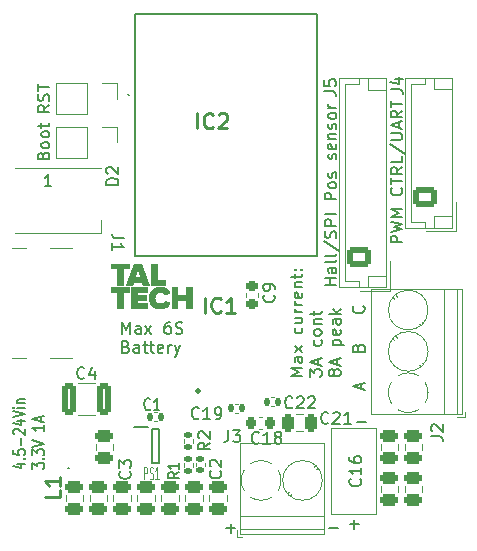
<source format=gbr>
%TF.GenerationSoftware,KiCad,Pcbnew,8.0.5*%
%TF.CreationDate,2024-09-12T15:58:05+03:00*%
%TF.ProjectId,Small_ESC,536d616c-6c5f-4455-9343-2e6b69636164,rev?*%
%TF.SameCoordinates,Original*%
%TF.FileFunction,Legend,Top*%
%TF.FilePolarity,Positive*%
%FSLAX46Y46*%
G04 Gerber Fmt 4.6, Leading zero omitted, Abs format (unit mm)*
G04 Created by KiCad (PCBNEW 8.0.5) date 2024-09-12 15:58:05*
%MOMM*%
%LPD*%
G01*
G04 APERTURE LIST*
G04 Aperture macros list*
%AMRoundRect*
0 Rectangle with rounded corners*
0 $1 Rounding radius*
0 $2 $3 $4 $5 $6 $7 $8 $9 X,Y pos of 4 corners*
0 Add a 4 corners polygon primitive as box body*
4,1,4,$2,$3,$4,$5,$6,$7,$8,$9,$2,$3,0*
0 Add four circle primitives for the rounded corners*
1,1,$1+$1,$2,$3*
1,1,$1+$1,$4,$5*
1,1,$1+$1,$6,$7*
1,1,$1+$1,$8,$9*
0 Add four rect primitives between the rounded corners*
20,1,$1+$1,$2,$3,$4,$5,0*
20,1,$1+$1,$4,$5,$6,$7,0*
20,1,$1+$1,$6,$7,$8,$9,0*
20,1,$1+$1,$8,$9,$2,$3,0*%
G04 Aperture macros list end*
%ADD10C,0.150000*%
%ADD11C,0.254000*%
%ADD12C,0.125000*%
%ADD13C,0.153000*%
%ADD14C,0.120000*%
%ADD15C,0.200000*%
%ADD16C,0.100000*%
%ADD17C,0.000000*%
%ADD18C,0.250000*%
%ADD19RoundRect,0.225000X-0.225000X-0.250000X0.225000X-0.250000X0.225000X0.250000X-0.225000X0.250000X0*%
%ADD20RoundRect,0.250000X0.475000X-0.250000X0.475000X0.250000X-0.475000X0.250000X-0.475000X-0.250000X0*%
%ADD21RoundRect,0.140000X0.140000X0.170000X-0.140000X0.170000X-0.140000X-0.170000X0.140000X-0.170000X0*%
%ADD22C,1.500000*%
%ADD23R,3.000000X1.000000*%
%ADD24R,1.250000X0.600000*%
%ADD25RoundRect,0.250000X-0.475000X0.250000X-0.475000X-0.250000X0.475000X-0.250000X0.475000X0.250000X0*%
%ADD26C,0.650000*%
%ADD27R,1.150000X0.600000*%
%ADD28R,1.150000X0.300000*%
%ADD29O,2.100000X1.000000*%
%ADD30O,1.800000X1.000000*%
%ADD31RoundRect,0.250000X0.725000X-0.600000X0.725000X0.600000X-0.725000X0.600000X-0.725000X-0.600000X0*%
%ADD32O,1.950000X1.700000*%
%ADD33RoundRect,0.140000X0.170000X-0.140000X0.170000X0.140000X-0.170000X0.140000X-0.170000X-0.140000X0*%
%ADD34R,0.800000X0.400000*%
%ADD35R,0.400000X0.800000*%
%ADD36R,1.200000X1.200000*%
%ADD37R,0.800000X0.800000*%
%ADD38R,1.500000X0.900000*%
%ADD39RoundRect,0.135000X0.185000X-0.135000X0.185000X0.135000X-0.185000X0.135000X-0.185000X-0.135000X0*%
%ADD40RoundRect,0.250000X-0.325000X-1.100000X0.325000X-1.100000X0.325000X1.100000X-0.325000X1.100000X0*%
%ADD41R,2.400000X2.400000*%
%ADD42C,2.400000*%
%ADD43R,1.700000X1.700000*%
%ADD44O,1.700000X1.700000*%
%ADD45RoundRect,0.225000X-0.250000X0.225000X-0.250000X-0.225000X0.250000X-0.225000X0.250000X0.225000X0*%
%ADD46R,0.300000X0.800000*%
%ADD47R,0.800000X0.300000*%
%ADD48R,5.800000X3.800000*%
%ADD49RoundRect,0.140000X-0.140000X-0.170000X0.140000X-0.170000X0.140000X0.170000X-0.140000X0.170000X0*%
%ADD50RoundRect,0.250000X-0.250000X-0.475000X0.250000X-0.475000X0.250000X0.475000X-0.250000X0.475000X0*%
%ADD51C,1.600000*%
G04 APERTURE END LIST*
D10*
X27413179Y715134D02*
X28175084Y715134D01*
X18675579Y714334D02*
X19437484Y714334D01*
X19056531Y333381D02*
X19056531Y1095286D01*
X28013019Y21317180D02*
X27013019Y21317180D01*
X27489209Y21317180D02*
X27489209Y21888608D01*
X28013019Y21888608D02*
X27013019Y21888608D01*
X28013019Y22793370D02*
X27489209Y22793370D01*
X27489209Y22793370D02*
X27393971Y22745751D01*
X27393971Y22745751D02*
X27346352Y22650513D01*
X27346352Y22650513D02*
X27346352Y22460037D01*
X27346352Y22460037D02*
X27393971Y22364799D01*
X27965400Y22793370D02*
X28013019Y22698132D01*
X28013019Y22698132D02*
X28013019Y22460037D01*
X28013019Y22460037D02*
X27965400Y22364799D01*
X27965400Y22364799D02*
X27870161Y22317180D01*
X27870161Y22317180D02*
X27774923Y22317180D01*
X27774923Y22317180D02*
X27679685Y22364799D01*
X27679685Y22364799D02*
X27632066Y22460037D01*
X27632066Y22460037D02*
X27632066Y22698132D01*
X27632066Y22698132D02*
X27584447Y22793370D01*
X28013019Y23412418D02*
X27965400Y23317180D01*
X27965400Y23317180D02*
X27870161Y23269561D01*
X27870161Y23269561D02*
X27013019Y23269561D01*
X28013019Y23936228D02*
X27965400Y23840990D01*
X27965400Y23840990D02*
X27870161Y23793371D01*
X27870161Y23793371D02*
X27013019Y23793371D01*
X26965400Y25031466D02*
X28251114Y24174324D01*
X27965400Y25317181D02*
X28013019Y25460038D01*
X28013019Y25460038D02*
X28013019Y25698133D01*
X28013019Y25698133D02*
X27965400Y25793371D01*
X27965400Y25793371D02*
X27917780Y25840990D01*
X27917780Y25840990D02*
X27822542Y25888609D01*
X27822542Y25888609D02*
X27727304Y25888609D01*
X27727304Y25888609D02*
X27632066Y25840990D01*
X27632066Y25840990D02*
X27584447Y25793371D01*
X27584447Y25793371D02*
X27536828Y25698133D01*
X27536828Y25698133D02*
X27489209Y25507657D01*
X27489209Y25507657D02*
X27441590Y25412419D01*
X27441590Y25412419D02*
X27393971Y25364800D01*
X27393971Y25364800D02*
X27298733Y25317181D01*
X27298733Y25317181D02*
X27203495Y25317181D01*
X27203495Y25317181D02*
X27108257Y25364800D01*
X27108257Y25364800D02*
X27060638Y25412419D01*
X27060638Y25412419D02*
X27013019Y25507657D01*
X27013019Y25507657D02*
X27013019Y25745752D01*
X27013019Y25745752D02*
X27060638Y25888609D01*
X28013019Y26317181D02*
X27013019Y26317181D01*
X27013019Y26317181D02*
X27013019Y26698133D01*
X27013019Y26698133D02*
X27060638Y26793371D01*
X27060638Y26793371D02*
X27108257Y26840990D01*
X27108257Y26840990D02*
X27203495Y26888609D01*
X27203495Y26888609D02*
X27346352Y26888609D01*
X27346352Y26888609D02*
X27441590Y26840990D01*
X27441590Y26840990D02*
X27489209Y26793371D01*
X27489209Y26793371D02*
X27536828Y26698133D01*
X27536828Y26698133D02*
X27536828Y26317181D01*
X28013019Y27317181D02*
X27013019Y27317181D01*
X28013019Y28555276D02*
X27013019Y28555276D01*
X27013019Y28555276D02*
X27013019Y28936228D01*
X27013019Y28936228D02*
X27060638Y29031466D01*
X27060638Y29031466D02*
X27108257Y29079085D01*
X27108257Y29079085D02*
X27203495Y29126704D01*
X27203495Y29126704D02*
X27346352Y29126704D01*
X27346352Y29126704D02*
X27441590Y29079085D01*
X27441590Y29079085D02*
X27489209Y29031466D01*
X27489209Y29031466D02*
X27536828Y28936228D01*
X27536828Y28936228D02*
X27536828Y28555276D01*
X28013019Y29698133D02*
X27965400Y29602895D01*
X27965400Y29602895D02*
X27917780Y29555276D01*
X27917780Y29555276D02*
X27822542Y29507657D01*
X27822542Y29507657D02*
X27536828Y29507657D01*
X27536828Y29507657D02*
X27441590Y29555276D01*
X27441590Y29555276D02*
X27393971Y29602895D01*
X27393971Y29602895D02*
X27346352Y29698133D01*
X27346352Y29698133D02*
X27346352Y29840990D01*
X27346352Y29840990D02*
X27393971Y29936228D01*
X27393971Y29936228D02*
X27441590Y29983847D01*
X27441590Y29983847D02*
X27536828Y30031466D01*
X27536828Y30031466D02*
X27822542Y30031466D01*
X27822542Y30031466D02*
X27917780Y29983847D01*
X27917780Y29983847D02*
X27965400Y29936228D01*
X27965400Y29936228D02*
X28013019Y29840990D01*
X28013019Y29840990D02*
X28013019Y29698133D01*
X27965400Y30412419D02*
X28013019Y30507657D01*
X28013019Y30507657D02*
X28013019Y30698133D01*
X28013019Y30698133D02*
X27965400Y30793371D01*
X27965400Y30793371D02*
X27870161Y30840990D01*
X27870161Y30840990D02*
X27822542Y30840990D01*
X27822542Y30840990D02*
X27727304Y30793371D01*
X27727304Y30793371D02*
X27679685Y30698133D01*
X27679685Y30698133D02*
X27679685Y30555276D01*
X27679685Y30555276D02*
X27632066Y30460038D01*
X27632066Y30460038D02*
X27536828Y30412419D01*
X27536828Y30412419D02*
X27489209Y30412419D01*
X27489209Y30412419D02*
X27393971Y30460038D01*
X27393971Y30460038D02*
X27346352Y30555276D01*
X27346352Y30555276D02*
X27346352Y30698133D01*
X27346352Y30698133D02*
X27393971Y30793371D01*
X27965400Y31983848D02*
X28013019Y32079086D01*
X28013019Y32079086D02*
X28013019Y32269562D01*
X28013019Y32269562D02*
X27965400Y32364800D01*
X27965400Y32364800D02*
X27870161Y32412419D01*
X27870161Y32412419D02*
X27822542Y32412419D01*
X27822542Y32412419D02*
X27727304Y32364800D01*
X27727304Y32364800D02*
X27679685Y32269562D01*
X27679685Y32269562D02*
X27679685Y32126705D01*
X27679685Y32126705D02*
X27632066Y32031467D01*
X27632066Y32031467D02*
X27536828Y31983848D01*
X27536828Y31983848D02*
X27489209Y31983848D01*
X27489209Y31983848D02*
X27393971Y32031467D01*
X27393971Y32031467D02*
X27346352Y32126705D01*
X27346352Y32126705D02*
X27346352Y32269562D01*
X27346352Y32269562D02*
X27393971Y32364800D01*
X27965400Y33221943D02*
X28013019Y33126705D01*
X28013019Y33126705D02*
X28013019Y32936229D01*
X28013019Y32936229D02*
X27965400Y32840991D01*
X27965400Y32840991D02*
X27870161Y32793372D01*
X27870161Y32793372D02*
X27489209Y32793372D01*
X27489209Y32793372D02*
X27393971Y32840991D01*
X27393971Y32840991D02*
X27346352Y32936229D01*
X27346352Y32936229D02*
X27346352Y33126705D01*
X27346352Y33126705D02*
X27393971Y33221943D01*
X27393971Y33221943D02*
X27489209Y33269562D01*
X27489209Y33269562D02*
X27584447Y33269562D01*
X27584447Y33269562D02*
X27679685Y32793372D01*
X27346352Y33698134D02*
X28013019Y33698134D01*
X27441590Y33698134D02*
X27393971Y33745753D01*
X27393971Y33745753D02*
X27346352Y33840991D01*
X27346352Y33840991D02*
X27346352Y33983848D01*
X27346352Y33983848D02*
X27393971Y34079086D01*
X27393971Y34079086D02*
X27489209Y34126705D01*
X27489209Y34126705D02*
X28013019Y34126705D01*
X27965400Y34555277D02*
X28013019Y34650515D01*
X28013019Y34650515D02*
X28013019Y34840991D01*
X28013019Y34840991D02*
X27965400Y34936229D01*
X27965400Y34936229D02*
X27870161Y34983848D01*
X27870161Y34983848D02*
X27822542Y34983848D01*
X27822542Y34983848D02*
X27727304Y34936229D01*
X27727304Y34936229D02*
X27679685Y34840991D01*
X27679685Y34840991D02*
X27679685Y34698134D01*
X27679685Y34698134D02*
X27632066Y34602896D01*
X27632066Y34602896D02*
X27536828Y34555277D01*
X27536828Y34555277D02*
X27489209Y34555277D01*
X27489209Y34555277D02*
X27393971Y34602896D01*
X27393971Y34602896D02*
X27346352Y34698134D01*
X27346352Y34698134D02*
X27346352Y34840991D01*
X27346352Y34840991D02*
X27393971Y34936229D01*
X28013019Y35555277D02*
X27965400Y35460039D01*
X27965400Y35460039D02*
X27917780Y35412420D01*
X27917780Y35412420D02*
X27822542Y35364801D01*
X27822542Y35364801D02*
X27536828Y35364801D01*
X27536828Y35364801D02*
X27441590Y35412420D01*
X27441590Y35412420D02*
X27393971Y35460039D01*
X27393971Y35460039D02*
X27346352Y35555277D01*
X27346352Y35555277D02*
X27346352Y35698134D01*
X27346352Y35698134D02*
X27393971Y35793372D01*
X27393971Y35793372D02*
X27441590Y35840991D01*
X27441590Y35840991D02*
X27536828Y35888610D01*
X27536828Y35888610D02*
X27822542Y35888610D01*
X27822542Y35888610D02*
X27917780Y35840991D01*
X27917780Y35840991D02*
X27965400Y35793372D01*
X27965400Y35793372D02*
X28013019Y35698134D01*
X28013019Y35698134D02*
X28013019Y35555277D01*
X28013019Y36317182D02*
X27346352Y36317182D01*
X27536828Y36317182D02*
X27441590Y36364801D01*
X27441590Y36364801D02*
X27393971Y36412420D01*
X27393971Y36412420D02*
X27346352Y36507658D01*
X27346352Y36507658D02*
X27346352Y36602896D01*
X25148731Y13646380D02*
X24148731Y13646380D01*
X24148731Y13646380D02*
X24863016Y13979713D01*
X24863016Y13979713D02*
X24148731Y14313046D01*
X24148731Y14313046D02*
X25148731Y14313046D01*
X25148731Y15217808D02*
X24624921Y15217808D01*
X24624921Y15217808D02*
X24529683Y15170189D01*
X24529683Y15170189D02*
X24482064Y15074951D01*
X24482064Y15074951D02*
X24482064Y14884475D01*
X24482064Y14884475D02*
X24529683Y14789237D01*
X25101112Y15217808D02*
X25148731Y15122570D01*
X25148731Y15122570D02*
X25148731Y14884475D01*
X25148731Y14884475D02*
X25101112Y14789237D01*
X25101112Y14789237D02*
X25005873Y14741618D01*
X25005873Y14741618D02*
X24910635Y14741618D01*
X24910635Y14741618D02*
X24815397Y14789237D01*
X24815397Y14789237D02*
X24767778Y14884475D01*
X24767778Y14884475D02*
X24767778Y15122570D01*
X24767778Y15122570D02*
X24720159Y15217808D01*
X25148731Y15598761D02*
X24482064Y16122570D01*
X24482064Y15598761D02*
X25148731Y16122570D01*
X25101112Y17693999D02*
X25148731Y17598761D01*
X25148731Y17598761D02*
X25148731Y17408285D01*
X25148731Y17408285D02*
X25101112Y17313047D01*
X25101112Y17313047D02*
X25053492Y17265428D01*
X25053492Y17265428D02*
X24958254Y17217809D01*
X24958254Y17217809D02*
X24672540Y17217809D01*
X24672540Y17217809D02*
X24577302Y17265428D01*
X24577302Y17265428D02*
X24529683Y17313047D01*
X24529683Y17313047D02*
X24482064Y17408285D01*
X24482064Y17408285D02*
X24482064Y17598761D01*
X24482064Y17598761D02*
X24529683Y17693999D01*
X24482064Y18551142D02*
X25148731Y18551142D01*
X24482064Y18122571D02*
X25005873Y18122571D01*
X25005873Y18122571D02*
X25101112Y18170190D01*
X25101112Y18170190D02*
X25148731Y18265428D01*
X25148731Y18265428D02*
X25148731Y18408285D01*
X25148731Y18408285D02*
X25101112Y18503523D01*
X25101112Y18503523D02*
X25053492Y18551142D01*
X25148731Y19027333D02*
X24482064Y19027333D01*
X24672540Y19027333D02*
X24577302Y19074952D01*
X24577302Y19074952D02*
X24529683Y19122571D01*
X24529683Y19122571D02*
X24482064Y19217809D01*
X24482064Y19217809D02*
X24482064Y19313047D01*
X25148731Y19646381D02*
X24482064Y19646381D01*
X24672540Y19646381D02*
X24577302Y19694000D01*
X24577302Y19694000D02*
X24529683Y19741619D01*
X24529683Y19741619D02*
X24482064Y19836857D01*
X24482064Y19836857D02*
X24482064Y19932095D01*
X25101112Y20646381D02*
X25148731Y20551143D01*
X25148731Y20551143D02*
X25148731Y20360667D01*
X25148731Y20360667D02*
X25101112Y20265429D01*
X25101112Y20265429D02*
X25005873Y20217810D01*
X25005873Y20217810D02*
X24624921Y20217810D01*
X24624921Y20217810D02*
X24529683Y20265429D01*
X24529683Y20265429D02*
X24482064Y20360667D01*
X24482064Y20360667D02*
X24482064Y20551143D01*
X24482064Y20551143D02*
X24529683Y20646381D01*
X24529683Y20646381D02*
X24624921Y20694000D01*
X24624921Y20694000D02*
X24720159Y20694000D01*
X24720159Y20694000D02*
X24815397Y20217810D01*
X24482064Y21122572D02*
X25148731Y21122572D01*
X24577302Y21122572D02*
X24529683Y21170191D01*
X24529683Y21170191D02*
X24482064Y21265429D01*
X24482064Y21265429D02*
X24482064Y21408286D01*
X24482064Y21408286D02*
X24529683Y21503524D01*
X24529683Y21503524D02*
X24624921Y21551143D01*
X24624921Y21551143D02*
X25148731Y21551143D01*
X24482064Y21884477D02*
X24482064Y22265429D01*
X24148731Y22027334D02*
X25005873Y22027334D01*
X25005873Y22027334D02*
X25101112Y22074953D01*
X25101112Y22074953D02*
X25148731Y22170191D01*
X25148731Y22170191D02*
X25148731Y22265429D01*
X25053492Y22598763D02*
X25101112Y22646382D01*
X25101112Y22646382D02*
X25148731Y22598763D01*
X25148731Y22598763D02*
X25101112Y22551144D01*
X25101112Y22551144D02*
X25053492Y22598763D01*
X25053492Y22598763D02*
X25148731Y22598763D01*
X24529683Y22598763D02*
X24577302Y22646382D01*
X24577302Y22646382D02*
X24624921Y22598763D01*
X24624921Y22598763D02*
X24577302Y22551144D01*
X24577302Y22551144D02*
X24529683Y22598763D01*
X24529683Y22598763D02*
X24624921Y22598763D01*
X25758675Y13551142D02*
X25758675Y14170189D01*
X25758675Y14170189D02*
X26139627Y13836856D01*
X26139627Y13836856D02*
X26139627Y13979713D01*
X26139627Y13979713D02*
X26187246Y14074951D01*
X26187246Y14074951D02*
X26234865Y14122570D01*
X26234865Y14122570D02*
X26330103Y14170189D01*
X26330103Y14170189D02*
X26568198Y14170189D01*
X26568198Y14170189D02*
X26663436Y14122570D01*
X26663436Y14122570D02*
X26711056Y14074951D01*
X26711056Y14074951D02*
X26758675Y13979713D01*
X26758675Y13979713D02*
X26758675Y13693999D01*
X26758675Y13693999D02*
X26711056Y13598761D01*
X26711056Y13598761D02*
X26663436Y13551142D01*
X26472960Y14551142D02*
X26472960Y15027332D01*
X26758675Y14455904D02*
X25758675Y14789237D01*
X25758675Y14789237D02*
X26758675Y15122570D01*
X26711056Y16646380D02*
X26758675Y16551142D01*
X26758675Y16551142D02*
X26758675Y16360666D01*
X26758675Y16360666D02*
X26711056Y16265428D01*
X26711056Y16265428D02*
X26663436Y16217809D01*
X26663436Y16217809D02*
X26568198Y16170190D01*
X26568198Y16170190D02*
X26282484Y16170190D01*
X26282484Y16170190D02*
X26187246Y16217809D01*
X26187246Y16217809D02*
X26139627Y16265428D01*
X26139627Y16265428D02*
X26092008Y16360666D01*
X26092008Y16360666D02*
X26092008Y16551142D01*
X26092008Y16551142D02*
X26139627Y16646380D01*
X26758675Y17217809D02*
X26711056Y17122571D01*
X26711056Y17122571D02*
X26663436Y17074952D01*
X26663436Y17074952D02*
X26568198Y17027333D01*
X26568198Y17027333D02*
X26282484Y17027333D01*
X26282484Y17027333D02*
X26187246Y17074952D01*
X26187246Y17074952D02*
X26139627Y17122571D01*
X26139627Y17122571D02*
X26092008Y17217809D01*
X26092008Y17217809D02*
X26092008Y17360666D01*
X26092008Y17360666D02*
X26139627Y17455904D01*
X26139627Y17455904D02*
X26187246Y17503523D01*
X26187246Y17503523D02*
X26282484Y17551142D01*
X26282484Y17551142D02*
X26568198Y17551142D01*
X26568198Y17551142D02*
X26663436Y17503523D01*
X26663436Y17503523D02*
X26711056Y17455904D01*
X26711056Y17455904D02*
X26758675Y17360666D01*
X26758675Y17360666D02*
X26758675Y17217809D01*
X26092008Y17979714D02*
X26758675Y17979714D01*
X26187246Y17979714D02*
X26139627Y18027333D01*
X26139627Y18027333D02*
X26092008Y18122571D01*
X26092008Y18122571D02*
X26092008Y18265428D01*
X26092008Y18265428D02*
X26139627Y18360666D01*
X26139627Y18360666D02*
X26234865Y18408285D01*
X26234865Y18408285D02*
X26758675Y18408285D01*
X26092008Y18741619D02*
X26092008Y19122571D01*
X25758675Y18884476D02*
X26615817Y18884476D01*
X26615817Y18884476D02*
X26711056Y18932095D01*
X26711056Y18932095D02*
X26758675Y19027333D01*
X26758675Y19027333D02*
X26758675Y19122571D01*
X27797190Y13789237D02*
X27749571Y13693999D01*
X27749571Y13693999D02*
X27701952Y13646380D01*
X27701952Y13646380D02*
X27606714Y13598761D01*
X27606714Y13598761D02*
X27559095Y13598761D01*
X27559095Y13598761D02*
X27463857Y13646380D01*
X27463857Y13646380D02*
X27416238Y13693999D01*
X27416238Y13693999D02*
X27368619Y13789237D01*
X27368619Y13789237D02*
X27368619Y13979713D01*
X27368619Y13979713D02*
X27416238Y14074951D01*
X27416238Y14074951D02*
X27463857Y14122570D01*
X27463857Y14122570D02*
X27559095Y14170189D01*
X27559095Y14170189D02*
X27606714Y14170189D01*
X27606714Y14170189D02*
X27701952Y14122570D01*
X27701952Y14122570D02*
X27749571Y14074951D01*
X27749571Y14074951D02*
X27797190Y13979713D01*
X27797190Y13979713D02*
X27797190Y13789237D01*
X27797190Y13789237D02*
X27844809Y13693999D01*
X27844809Y13693999D02*
X27892428Y13646380D01*
X27892428Y13646380D02*
X27987666Y13598761D01*
X27987666Y13598761D02*
X28178142Y13598761D01*
X28178142Y13598761D02*
X28273380Y13646380D01*
X28273380Y13646380D02*
X28321000Y13693999D01*
X28321000Y13693999D02*
X28368619Y13789237D01*
X28368619Y13789237D02*
X28368619Y13979713D01*
X28368619Y13979713D02*
X28321000Y14074951D01*
X28321000Y14074951D02*
X28273380Y14122570D01*
X28273380Y14122570D02*
X28178142Y14170189D01*
X28178142Y14170189D02*
X27987666Y14170189D01*
X27987666Y14170189D02*
X27892428Y14122570D01*
X27892428Y14122570D02*
X27844809Y14074951D01*
X27844809Y14074951D02*
X27797190Y13979713D01*
X28082904Y14551142D02*
X28082904Y15027332D01*
X28368619Y14455904D02*
X27368619Y14789237D01*
X27368619Y14789237D02*
X28368619Y15122570D01*
X27701952Y16217809D02*
X28701952Y16217809D01*
X27749571Y16217809D02*
X27701952Y16313047D01*
X27701952Y16313047D02*
X27701952Y16503523D01*
X27701952Y16503523D02*
X27749571Y16598761D01*
X27749571Y16598761D02*
X27797190Y16646380D01*
X27797190Y16646380D02*
X27892428Y16693999D01*
X27892428Y16693999D02*
X28178142Y16693999D01*
X28178142Y16693999D02*
X28273380Y16646380D01*
X28273380Y16646380D02*
X28321000Y16598761D01*
X28321000Y16598761D02*
X28368619Y16503523D01*
X28368619Y16503523D02*
X28368619Y16313047D01*
X28368619Y16313047D02*
X28321000Y16217809D01*
X28321000Y17503523D02*
X28368619Y17408285D01*
X28368619Y17408285D02*
X28368619Y17217809D01*
X28368619Y17217809D02*
X28321000Y17122571D01*
X28321000Y17122571D02*
X28225761Y17074952D01*
X28225761Y17074952D02*
X27844809Y17074952D01*
X27844809Y17074952D02*
X27749571Y17122571D01*
X27749571Y17122571D02*
X27701952Y17217809D01*
X27701952Y17217809D02*
X27701952Y17408285D01*
X27701952Y17408285D02*
X27749571Y17503523D01*
X27749571Y17503523D02*
X27844809Y17551142D01*
X27844809Y17551142D02*
X27940047Y17551142D01*
X27940047Y17551142D02*
X28035285Y17074952D01*
X28368619Y18408285D02*
X27844809Y18408285D01*
X27844809Y18408285D02*
X27749571Y18360666D01*
X27749571Y18360666D02*
X27701952Y18265428D01*
X27701952Y18265428D02*
X27701952Y18074952D01*
X27701952Y18074952D02*
X27749571Y17979714D01*
X28321000Y18408285D02*
X28368619Y18313047D01*
X28368619Y18313047D02*
X28368619Y18074952D01*
X28368619Y18074952D02*
X28321000Y17979714D01*
X28321000Y17979714D02*
X28225761Y17932095D01*
X28225761Y17932095D02*
X28130523Y17932095D01*
X28130523Y17932095D02*
X28035285Y17979714D01*
X28035285Y17979714D02*
X27987666Y18074952D01*
X27987666Y18074952D02*
X27987666Y18313047D01*
X27987666Y18313047D02*
X27940047Y18408285D01*
X28368619Y18884476D02*
X27368619Y18884476D01*
X27987666Y18979714D02*
X28368619Y19265428D01*
X27701952Y19265428D02*
X28082904Y18884476D01*
X33601019Y24923980D02*
X32601019Y24923980D01*
X32601019Y24923980D02*
X32601019Y25304932D01*
X32601019Y25304932D02*
X32648638Y25400170D01*
X32648638Y25400170D02*
X32696257Y25447789D01*
X32696257Y25447789D02*
X32791495Y25495408D01*
X32791495Y25495408D02*
X32934352Y25495408D01*
X32934352Y25495408D02*
X33029590Y25447789D01*
X33029590Y25447789D02*
X33077209Y25400170D01*
X33077209Y25400170D02*
X33124828Y25304932D01*
X33124828Y25304932D02*
X33124828Y24923980D01*
X32601019Y25828742D02*
X33601019Y26066837D01*
X33601019Y26066837D02*
X32886733Y26257313D01*
X32886733Y26257313D02*
X33601019Y26447789D01*
X33601019Y26447789D02*
X32601019Y26685884D01*
X33601019Y27066837D02*
X32601019Y27066837D01*
X32601019Y27066837D02*
X33315304Y27400170D01*
X33315304Y27400170D02*
X32601019Y27733503D01*
X32601019Y27733503D02*
X33601019Y27733503D01*
X33505780Y29543027D02*
X33553400Y29495408D01*
X33553400Y29495408D02*
X33601019Y29352551D01*
X33601019Y29352551D02*
X33601019Y29257313D01*
X33601019Y29257313D02*
X33553400Y29114456D01*
X33553400Y29114456D02*
X33458161Y29019218D01*
X33458161Y29019218D02*
X33362923Y28971599D01*
X33362923Y28971599D02*
X33172447Y28923980D01*
X33172447Y28923980D02*
X33029590Y28923980D01*
X33029590Y28923980D02*
X32839114Y28971599D01*
X32839114Y28971599D02*
X32743876Y29019218D01*
X32743876Y29019218D02*
X32648638Y29114456D01*
X32648638Y29114456D02*
X32601019Y29257313D01*
X32601019Y29257313D02*
X32601019Y29352551D01*
X32601019Y29352551D02*
X32648638Y29495408D01*
X32648638Y29495408D02*
X32696257Y29543027D01*
X32601019Y29828742D02*
X32601019Y30400170D01*
X33601019Y30114456D02*
X32601019Y30114456D01*
X33601019Y31304932D02*
X33124828Y30971599D01*
X33601019Y30733504D02*
X32601019Y30733504D01*
X32601019Y30733504D02*
X32601019Y31114456D01*
X32601019Y31114456D02*
X32648638Y31209694D01*
X32648638Y31209694D02*
X32696257Y31257313D01*
X32696257Y31257313D02*
X32791495Y31304932D01*
X32791495Y31304932D02*
X32934352Y31304932D01*
X32934352Y31304932D02*
X33029590Y31257313D01*
X33029590Y31257313D02*
X33077209Y31209694D01*
X33077209Y31209694D02*
X33124828Y31114456D01*
X33124828Y31114456D02*
X33124828Y30733504D01*
X33601019Y32209694D02*
X33601019Y31733504D01*
X33601019Y31733504D02*
X32601019Y31733504D01*
X32553400Y33257313D02*
X33839114Y32400171D01*
X32601019Y33590647D02*
X33410542Y33590647D01*
X33410542Y33590647D02*
X33505780Y33638266D01*
X33505780Y33638266D02*
X33553400Y33685885D01*
X33553400Y33685885D02*
X33601019Y33781123D01*
X33601019Y33781123D02*
X33601019Y33971599D01*
X33601019Y33971599D02*
X33553400Y34066837D01*
X33553400Y34066837D02*
X33505780Y34114456D01*
X33505780Y34114456D02*
X33410542Y34162075D01*
X33410542Y34162075D02*
X32601019Y34162075D01*
X33315304Y34590647D02*
X33315304Y35066837D01*
X33601019Y34495409D02*
X32601019Y34828742D01*
X32601019Y34828742D02*
X33601019Y35162075D01*
X33601019Y36066837D02*
X33124828Y35733504D01*
X33601019Y35495409D02*
X32601019Y35495409D01*
X32601019Y35495409D02*
X32601019Y35876361D01*
X32601019Y35876361D02*
X32648638Y35971599D01*
X32648638Y35971599D02*
X32696257Y36019218D01*
X32696257Y36019218D02*
X32791495Y36066837D01*
X32791495Y36066837D02*
X32934352Y36066837D01*
X32934352Y36066837D02*
X33029590Y36019218D01*
X33029590Y36019218D02*
X33077209Y35971599D01*
X33077209Y35971599D02*
X33124828Y35876361D01*
X33124828Y35876361D02*
X33124828Y35495409D01*
X32601019Y36352552D02*
X32601019Y36923980D01*
X33601019Y36638266D02*
X32601019Y36638266D01*
X29140379Y1069934D02*
X29902284Y1069934D01*
X29521331Y688981D02*
X29521331Y1450886D01*
X29800779Y9679134D02*
X30562684Y9679134D01*
X9887179Y17183325D02*
X9887179Y18183325D01*
X9887179Y18183325D02*
X10220512Y17469040D01*
X10220512Y17469040D02*
X10553845Y18183325D01*
X10553845Y18183325D02*
X10553845Y17183325D01*
X11458607Y17183325D02*
X11458607Y17707135D01*
X11458607Y17707135D02*
X11410988Y17802373D01*
X11410988Y17802373D02*
X11315750Y17849992D01*
X11315750Y17849992D02*
X11125274Y17849992D01*
X11125274Y17849992D02*
X11030036Y17802373D01*
X11458607Y17230944D02*
X11363369Y17183325D01*
X11363369Y17183325D02*
X11125274Y17183325D01*
X11125274Y17183325D02*
X11030036Y17230944D01*
X11030036Y17230944D02*
X10982417Y17326183D01*
X10982417Y17326183D02*
X10982417Y17421421D01*
X10982417Y17421421D02*
X11030036Y17516659D01*
X11030036Y17516659D02*
X11125274Y17564278D01*
X11125274Y17564278D02*
X11363369Y17564278D01*
X11363369Y17564278D02*
X11458607Y17611897D01*
X11839560Y17183325D02*
X12363369Y17849992D01*
X11839560Y17849992D02*
X12363369Y17183325D01*
X13934798Y18183325D02*
X13744322Y18183325D01*
X13744322Y18183325D02*
X13649084Y18135706D01*
X13649084Y18135706D02*
X13601465Y18088087D01*
X13601465Y18088087D02*
X13506227Y17945230D01*
X13506227Y17945230D02*
X13458608Y17754754D01*
X13458608Y17754754D02*
X13458608Y17373802D01*
X13458608Y17373802D02*
X13506227Y17278564D01*
X13506227Y17278564D02*
X13553846Y17230944D01*
X13553846Y17230944D02*
X13649084Y17183325D01*
X13649084Y17183325D02*
X13839560Y17183325D01*
X13839560Y17183325D02*
X13934798Y17230944D01*
X13934798Y17230944D02*
X13982417Y17278564D01*
X13982417Y17278564D02*
X14030036Y17373802D01*
X14030036Y17373802D02*
X14030036Y17611897D01*
X14030036Y17611897D02*
X13982417Y17707135D01*
X13982417Y17707135D02*
X13934798Y17754754D01*
X13934798Y17754754D02*
X13839560Y17802373D01*
X13839560Y17802373D02*
X13649084Y17802373D01*
X13649084Y17802373D02*
X13553846Y17754754D01*
X13553846Y17754754D02*
X13506227Y17707135D01*
X13506227Y17707135D02*
X13458608Y17611897D01*
X14410989Y17230944D02*
X14553846Y17183325D01*
X14553846Y17183325D02*
X14791941Y17183325D01*
X14791941Y17183325D02*
X14887179Y17230944D01*
X14887179Y17230944D02*
X14934798Y17278564D01*
X14934798Y17278564D02*
X14982417Y17373802D01*
X14982417Y17373802D02*
X14982417Y17469040D01*
X14982417Y17469040D02*
X14934798Y17564278D01*
X14934798Y17564278D02*
X14887179Y17611897D01*
X14887179Y17611897D02*
X14791941Y17659516D01*
X14791941Y17659516D02*
X14601465Y17707135D01*
X14601465Y17707135D02*
X14506227Y17754754D01*
X14506227Y17754754D02*
X14458608Y17802373D01*
X14458608Y17802373D02*
X14410989Y17897611D01*
X14410989Y17897611D02*
X14410989Y17992849D01*
X14410989Y17992849D02*
X14458608Y18088087D01*
X14458608Y18088087D02*
X14506227Y18135706D01*
X14506227Y18135706D02*
X14601465Y18183325D01*
X14601465Y18183325D02*
X14839560Y18183325D01*
X14839560Y18183325D02*
X14982417Y18135706D01*
X10220512Y16097191D02*
X10363369Y16049572D01*
X10363369Y16049572D02*
X10410988Y16001953D01*
X10410988Y16001953D02*
X10458607Y15906715D01*
X10458607Y15906715D02*
X10458607Y15763858D01*
X10458607Y15763858D02*
X10410988Y15668620D01*
X10410988Y15668620D02*
X10363369Y15621000D01*
X10363369Y15621000D02*
X10268131Y15573381D01*
X10268131Y15573381D02*
X9887179Y15573381D01*
X9887179Y15573381D02*
X9887179Y16573381D01*
X9887179Y16573381D02*
X10220512Y16573381D01*
X10220512Y16573381D02*
X10315750Y16525762D01*
X10315750Y16525762D02*
X10363369Y16478143D01*
X10363369Y16478143D02*
X10410988Y16382905D01*
X10410988Y16382905D02*
X10410988Y16287667D01*
X10410988Y16287667D02*
X10363369Y16192429D01*
X10363369Y16192429D02*
X10315750Y16144810D01*
X10315750Y16144810D02*
X10220512Y16097191D01*
X10220512Y16097191D02*
X9887179Y16097191D01*
X11315750Y15573381D02*
X11315750Y16097191D01*
X11315750Y16097191D02*
X11268131Y16192429D01*
X11268131Y16192429D02*
X11172893Y16240048D01*
X11172893Y16240048D02*
X10982417Y16240048D01*
X10982417Y16240048D02*
X10887179Y16192429D01*
X11315750Y15621000D02*
X11220512Y15573381D01*
X11220512Y15573381D02*
X10982417Y15573381D01*
X10982417Y15573381D02*
X10887179Y15621000D01*
X10887179Y15621000D02*
X10839560Y15716239D01*
X10839560Y15716239D02*
X10839560Y15811477D01*
X10839560Y15811477D02*
X10887179Y15906715D01*
X10887179Y15906715D02*
X10982417Y15954334D01*
X10982417Y15954334D02*
X11220512Y15954334D01*
X11220512Y15954334D02*
X11315750Y16001953D01*
X11649084Y16240048D02*
X12030036Y16240048D01*
X11791941Y16573381D02*
X11791941Y15716239D01*
X11791941Y15716239D02*
X11839560Y15621000D01*
X11839560Y15621000D02*
X11934798Y15573381D01*
X11934798Y15573381D02*
X12030036Y15573381D01*
X12220513Y16240048D02*
X12601465Y16240048D01*
X12363370Y16573381D02*
X12363370Y15716239D01*
X12363370Y15716239D02*
X12410989Y15621000D01*
X12410989Y15621000D02*
X12506227Y15573381D01*
X12506227Y15573381D02*
X12601465Y15573381D01*
X13315751Y15621000D02*
X13220513Y15573381D01*
X13220513Y15573381D02*
X13030037Y15573381D01*
X13030037Y15573381D02*
X12934799Y15621000D01*
X12934799Y15621000D02*
X12887180Y15716239D01*
X12887180Y15716239D02*
X12887180Y16097191D01*
X12887180Y16097191D02*
X12934799Y16192429D01*
X12934799Y16192429D02*
X13030037Y16240048D01*
X13030037Y16240048D02*
X13220513Y16240048D01*
X13220513Y16240048D02*
X13315751Y16192429D01*
X13315751Y16192429D02*
X13363370Y16097191D01*
X13363370Y16097191D02*
X13363370Y16001953D01*
X13363370Y16001953D02*
X12887180Y15906715D01*
X13791942Y15573381D02*
X13791942Y16240048D01*
X13791942Y16049572D02*
X13839561Y16144810D01*
X13839561Y16144810D02*
X13887180Y16192429D01*
X13887180Y16192429D02*
X13982418Y16240048D01*
X13982418Y16240048D02*
X14077656Y16240048D01*
X14315752Y16240048D02*
X14553847Y15573381D01*
X14791942Y16240048D02*
X14553847Y15573381D01*
X14553847Y15573381D02*
X14458609Y15335286D01*
X14458609Y15335286D02*
X14410990Y15287667D01*
X14410990Y15287667D02*
X14315752Y15240048D01*
X996808Y6169218D02*
X1663475Y6169218D01*
X615856Y5978742D02*
X1330141Y5788265D01*
X1330141Y5788265D02*
X1330141Y6283504D01*
X1568236Y6588266D02*
X1615856Y6626361D01*
X1615856Y6626361D02*
X1663475Y6588266D01*
X1663475Y6588266D02*
X1615856Y6550170D01*
X1615856Y6550170D02*
X1568236Y6588266D01*
X1568236Y6588266D02*
X1663475Y6588266D01*
X663475Y7350170D02*
X663475Y6969218D01*
X663475Y6969218D02*
X1139665Y6931122D01*
X1139665Y6931122D02*
X1092046Y6969218D01*
X1092046Y6969218D02*
X1044427Y7045408D01*
X1044427Y7045408D02*
X1044427Y7235884D01*
X1044427Y7235884D02*
X1092046Y7312075D01*
X1092046Y7312075D02*
X1139665Y7350170D01*
X1139665Y7350170D02*
X1234903Y7388265D01*
X1234903Y7388265D02*
X1472998Y7388265D01*
X1472998Y7388265D02*
X1568236Y7350170D01*
X1568236Y7350170D02*
X1615856Y7312075D01*
X1615856Y7312075D02*
X1663475Y7235884D01*
X1663475Y7235884D02*
X1663475Y7045408D01*
X1663475Y7045408D02*
X1615856Y6969218D01*
X1615856Y6969218D02*
X1568236Y6931122D01*
X1282522Y7731123D02*
X1282522Y8340646D01*
X758713Y8683503D02*
X711094Y8721599D01*
X711094Y8721599D02*
X663475Y8797789D01*
X663475Y8797789D02*
X663475Y8988265D01*
X663475Y8988265D02*
X711094Y9064456D01*
X711094Y9064456D02*
X758713Y9102551D01*
X758713Y9102551D02*
X853951Y9140646D01*
X853951Y9140646D02*
X949189Y9140646D01*
X949189Y9140646D02*
X1092046Y9102551D01*
X1092046Y9102551D02*
X1663475Y8645408D01*
X1663475Y8645408D02*
X1663475Y9140646D01*
X996808Y9826361D02*
X1663475Y9826361D01*
X615856Y9635885D02*
X1330141Y9445408D01*
X1330141Y9445408D02*
X1330141Y9940647D01*
X663475Y10131123D02*
X1663475Y10397790D01*
X1663475Y10397790D02*
X663475Y10664456D01*
X1663475Y10931123D02*
X996808Y10931123D01*
X663475Y10931123D02*
X711094Y10893027D01*
X711094Y10893027D02*
X758713Y10931123D01*
X758713Y10931123D02*
X711094Y10969218D01*
X711094Y10969218D02*
X663475Y10931123D01*
X663475Y10931123D02*
X758713Y10931123D01*
X996808Y11312075D02*
X1663475Y11312075D01*
X1092046Y11312075D02*
X1044427Y11350170D01*
X1044427Y11350170D02*
X996808Y11426360D01*
X996808Y11426360D02*
X996808Y11540646D01*
X996808Y11540646D02*
X1044427Y11616837D01*
X1044427Y11616837D02*
X1139665Y11654932D01*
X1139665Y11654932D02*
X1663475Y11654932D01*
X2273419Y5750170D02*
X2273419Y6245408D01*
X2273419Y6245408D02*
X2654371Y5978742D01*
X2654371Y5978742D02*
X2654371Y6093027D01*
X2654371Y6093027D02*
X2701990Y6169218D01*
X2701990Y6169218D02*
X2749609Y6207313D01*
X2749609Y6207313D02*
X2844847Y6245408D01*
X2844847Y6245408D02*
X3082942Y6245408D01*
X3082942Y6245408D02*
X3178180Y6207313D01*
X3178180Y6207313D02*
X3225800Y6169218D01*
X3225800Y6169218D02*
X3273419Y6093027D01*
X3273419Y6093027D02*
X3273419Y5864456D01*
X3273419Y5864456D02*
X3225800Y5788265D01*
X3225800Y5788265D02*
X3178180Y5750170D01*
X3178180Y6588266D02*
X3225800Y6626361D01*
X3225800Y6626361D02*
X3273419Y6588266D01*
X3273419Y6588266D02*
X3225800Y6550170D01*
X3225800Y6550170D02*
X3178180Y6588266D01*
X3178180Y6588266D02*
X3273419Y6588266D01*
X2273419Y6893027D02*
X2273419Y7388265D01*
X2273419Y7388265D02*
X2654371Y7121599D01*
X2654371Y7121599D02*
X2654371Y7235884D01*
X2654371Y7235884D02*
X2701990Y7312075D01*
X2701990Y7312075D02*
X2749609Y7350170D01*
X2749609Y7350170D02*
X2844847Y7388265D01*
X2844847Y7388265D02*
X3082942Y7388265D01*
X3082942Y7388265D02*
X3178180Y7350170D01*
X3178180Y7350170D02*
X3225800Y7312075D01*
X3225800Y7312075D02*
X3273419Y7235884D01*
X3273419Y7235884D02*
X3273419Y7007313D01*
X3273419Y7007313D02*
X3225800Y6931122D01*
X3225800Y6931122D02*
X3178180Y6893027D01*
X2273419Y7616837D02*
X3273419Y7883504D01*
X3273419Y7883504D02*
X2273419Y8150170D01*
X3273419Y9445408D02*
X3273419Y8988265D01*
X3273419Y9216837D02*
X2273419Y9216837D01*
X2273419Y9216837D02*
X2416276Y9140646D01*
X2416276Y9140646D02*
X2511514Y9064456D01*
X2511514Y9064456D02*
X2559133Y8988265D01*
X2987704Y9750170D02*
X2987704Y10131123D01*
X3273419Y9673980D02*
X2273419Y9940647D01*
X2273419Y9940647D02*
X3273419Y10207313D01*
X30114904Y12481161D02*
X30114904Y12957351D01*
X30400619Y12385923D02*
X29400619Y12719256D01*
X29400619Y12719256D02*
X30400619Y13052589D01*
X29876809Y16004971D02*
X29924428Y16147828D01*
X29924428Y16147828D02*
X29972047Y16195447D01*
X29972047Y16195447D02*
X30067285Y16243066D01*
X30067285Y16243066D02*
X30210142Y16243066D01*
X30210142Y16243066D02*
X30305380Y16195447D01*
X30305380Y16195447D02*
X30353000Y16147828D01*
X30353000Y16147828D02*
X30400619Y16052590D01*
X30400619Y16052590D02*
X30400619Y15671638D01*
X30400619Y15671638D02*
X29400619Y15671638D01*
X29400619Y15671638D02*
X29400619Y16004971D01*
X29400619Y16004971D02*
X29448238Y16100209D01*
X29448238Y16100209D02*
X29495857Y16147828D01*
X29495857Y16147828D02*
X29591095Y16195447D01*
X29591095Y16195447D02*
X29686333Y16195447D01*
X29686333Y16195447D02*
X29781571Y16147828D01*
X29781571Y16147828D02*
X29829190Y16100209D01*
X29829190Y16100209D02*
X29876809Y16004971D01*
X29876809Y16004971D02*
X29876809Y15671638D01*
X30305380Y19528781D02*
X30353000Y19481162D01*
X30353000Y19481162D02*
X30400619Y19338305D01*
X30400619Y19338305D02*
X30400619Y19243067D01*
X30400619Y19243067D02*
X30353000Y19100210D01*
X30353000Y19100210D02*
X30257761Y19004972D01*
X30257761Y19004972D02*
X30162523Y18957353D01*
X30162523Y18957353D02*
X29972047Y18909734D01*
X29972047Y18909734D02*
X29829190Y18909734D01*
X29829190Y18909734D02*
X29638714Y18957353D01*
X29638714Y18957353D02*
X29543476Y19004972D01*
X29543476Y19004972D02*
X29448238Y19100210D01*
X29448238Y19100210D02*
X29400619Y19243067D01*
X29400619Y19243067D02*
X29400619Y19338305D01*
X29400619Y19338305D02*
X29448238Y19481162D01*
X29448238Y19481162D02*
X29495857Y19528781D01*
X21455142Y7971620D02*
X21407523Y7924000D01*
X21407523Y7924000D02*
X21264666Y7876381D01*
X21264666Y7876381D02*
X21169428Y7876381D01*
X21169428Y7876381D02*
X21026571Y7924000D01*
X21026571Y7924000D02*
X20931333Y8019239D01*
X20931333Y8019239D02*
X20883714Y8114477D01*
X20883714Y8114477D02*
X20836095Y8304953D01*
X20836095Y8304953D02*
X20836095Y8447810D01*
X20836095Y8447810D02*
X20883714Y8638286D01*
X20883714Y8638286D02*
X20931333Y8733524D01*
X20931333Y8733524D02*
X21026571Y8828762D01*
X21026571Y8828762D02*
X21169428Y8876381D01*
X21169428Y8876381D02*
X21264666Y8876381D01*
X21264666Y8876381D02*
X21407523Y8828762D01*
X21407523Y8828762D02*
X21455142Y8781143D01*
X22407523Y7876381D02*
X21836095Y7876381D01*
X22121809Y7876381D02*
X22121809Y8876381D01*
X22121809Y8876381D02*
X22026571Y8733524D01*
X22026571Y8733524D02*
X21931333Y8638286D01*
X21931333Y8638286D02*
X21836095Y8590667D01*
X22978952Y8447810D02*
X22883714Y8495429D01*
X22883714Y8495429D02*
X22836095Y8543048D01*
X22836095Y8543048D02*
X22788476Y8638286D01*
X22788476Y8638286D02*
X22788476Y8685905D01*
X22788476Y8685905D02*
X22836095Y8781143D01*
X22836095Y8781143D02*
X22883714Y8828762D01*
X22883714Y8828762D02*
X22978952Y8876381D01*
X22978952Y8876381D02*
X23169428Y8876381D01*
X23169428Y8876381D02*
X23264666Y8828762D01*
X23264666Y8828762D02*
X23312285Y8781143D01*
X23312285Y8781143D02*
X23359904Y8685905D01*
X23359904Y8685905D02*
X23359904Y8638286D01*
X23359904Y8638286D02*
X23312285Y8543048D01*
X23312285Y8543048D02*
X23264666Y8495429D01*
X23264666Y8495429D02*
X23169428Y8447810D01*
X23169428Y8447810D02*
X22978952Y8447810D01*
X22978952Y8447810D02*
X22883714Y8400191D01*
X22883714Y8400191D02*
X22836095Y8352572D01*
X22836095Y8352572D02*
X22788476Y8257334D01*
X22788476Y8257334D02*
X22788476Y8066858D01*
X22788476Y8066858D02*
X22836095Y7971620D01*
X22836095Y7971620D02*
X22883714Y7924000D01*
X22883714Y7924000D02*
X22978952Y7876381D01*
X22978952Y7876381D02*
X23169428Y7876381D01*
X23169428Y7876381D02*
X23264666Y7924000D01*
X23264666Y7924000D02*
X23312285Y7971620D01*
X23312285Y7971620D02*
X23359904Y8066858D01*
X23359904Y8066858D02*
X23359904Y8257334D01*
X23359904Y8257334D02*
X23312285Y8352572D01*
X23312285Y8352572D02*
X23264666Y8400191D01*
X23264666Y8400191D02*
X23169428Y8447810D01*
X24299942Y10968820D02*
X24252323Y10921200D01*
X24252323Y10921200D02*
X24109466Y10873581D01*
X24109466Y10873581D02*
X24014228Y10873581D01*
X24014228Y10873581D02*
X23871371Y10921200D01*
X23871371Y10921200D02*
X23776133Y11016439D01*
X23776133Y11016439D02*
X23728514Y11111677D01*
X23728514Y11111677D02*
X23680895Y11302153D01*
X23680895Y11302153D02*
X23680895Y11445010D01*
X23680895Y11445010D02*
X23728514Y11635486D01*
X23728514Y11635486D02*
X23776133Y11730724D01*
X23776133Y11730724D02*
X23871371Y11825962D01*
X23871371Y11825962D02*
X24014228Y11873581D01*
X24014228Y11873581D02*
X24109466Y11873581D01*
X24109466Y11873581D02*
X24252323Y11825962D01*
X24252323Y11825962D02*
X24299942Y11778343D01*
X24680895Y11778343D02*
X24728514Y11825962D01*
X24728514Y11825962D02*
X24823752Y11873581D01*
X24823752Y11873581D02*
X25061847Y11873581D01*
X25061847Y11873581D02*
X25157085Y11825962D01*
X25157085Y11825962D02*
X25204704Y11778343D01*
X25204704Y11778343D02*
X25252323Y11683105D01*
X25252323Y11683105D02*
X25252323Y11587867D01*
X25252323Y11587867D02*
X25204704Y11445010D01*
X25204704Y11445010D02*
X24633276Y10873581D01*
X24633276Y10873581D02*
X25252323Y10873581D01*
X25633276Y11778343D02*
X25680895Y11825962D01*
X25680895Y11825962D02*
X25776133Y11873581D01*
X25776133Y11873581D02*
X26014228Y11873581D01*
X26014228Y11873581D02*
X26109466Y11825962D01*
X26109466Y11825962D02*
X26157085Y11778343D01*
X26157085Y11778343D02*
X26204704Y11683105D01*
X26204704Y11683105D02*
X26204704Y11587867D01*
X26204704Y11587867D02*
X26157085Y11445010D01*
X26157085Y11445010D02*
X25585657Y10873581D01*
X25585657Y10873581D02*
X26204704Y10873581D01*
D11*
X4587518Y3953934D02*
X4587518Y3349172D01*
X4587518Y3349172D02*
X3317518Y3349172D01*
X4587518Y5042506D02*
X4587518Y4316791D01*
X4587518Y4679648D02*
X3317518Y4679648D01*
X3317518Y4679648D02*
X3498946Y4558696D01*
X3498946Y4558696D02*
X3619899Y4437744D01*
X3619899Y4437744D02*
X3680375Y4316791D01*
D12*
X11737257Y4877881D02*
X11737257Y5877881D01*
X11737257Y5877881D02*
X11927733Y5877881D01*
X11927733Y5877881D02*
X11975352Y5830262D01*
X11975352Y5830262D02*
X11999162Y5782643D01*
X11999162Y5782643D02*
X12022971Y5687405D01*
X12022971Y5687405D02*
X12022971Y5544548D01*
X12022971Y5544548D02*
X11999162Y5449310D01*
X11999162Y5449310D02*
X11975352Y5401691D01*
X11975352Y5401691D02*
X11927733Y5354072D01*
X11927733Y5354072D02*
X11737257Y5354072D01*
X12213448Y4925500D02*
X12284876Y4877881D01*
X12284876Y4877881D02*
X12403924Y4877881D01*
X12403924Y4877881D02*
X12451543Y4925500D01*
X12451543Y4925500D02*
X12475352Y4973120D01*
X12475352Y4973120D02*
X12499162Y5068358D01*
X12499162Y5068358D02*
X12499162Y5163596D01*
X12499162Y5163596D02*
X12475352Y5258834D01*
X12475352Y5258834D02*
X12451543Y5306453D01*
X12451543Y5306453D02*
X12403924Y5354072D01*
X12403924Y5354072D02*
X12308686Y5401691D01*
X12308686Y5401691D02*
X12261067Y5449310D01*
X12261067Y5449310D02*
X12237257Y5496929D01*
X12237257Y5496929D02*
X12213448Y5592167D01*
X12213448Y5592167D02*
X12213448Y5687405D01*
X12213448Y5687405D02*
X12237257Y5782643D01*
X12237257Y5782643D02*
X12261067Y5830262D01*
X12261067Y5830262D02*
X12308686Y5877881D01*
X12308686Y5877881D02*
X12427733Y5877881D01*
X12427733Y5877881D02*
X12499162Y5830262D01*
X12975352Y4877881D02*
X12689638Y4877881D01*
X12832495Y4877881D02*
X12832495Y5877881D01*
X12832495Y5877881D02*
X12784876Y5735024D01*
X12784876Y5735024D02*
X12737257Y5639786D01*
X12737257Y5639786D02*
X12689638Y5592167D01*
D13*
X10519424Y5522934D02*
X10567044Y5475315D01*
X10567044Y5475315D02*
X10614663Y5332458D01*
X10614663Y5332458D02*
X10614663Y5237220D01*
X10614663Y5237220D02*
X10567044Y5094363D01*
X10567044Y5094363D02*
X10471805Y4999125D01*
X10471805Y4999125D02*
X10376567Y4951506D01*
X10376567Y4951506D02*
X10186091Y4903887D01*
X10186091Y4903887D02*
X10043234Y4903887D01*
X10043234Y4903887D02*
X9852758Y4951506D01*
X9852758Y4951506D02*
X9757520Y4999125D01*
X9757520Y4999125D02*
X9662282Y5094363D01*
X9662282Y5094363D02*
X9614663Y5237220D01*
X9614663Y5237220D02*
X9614663Y5332458D01*
X9614663Y5332458D02*
X9662282Y5475315D01*
X9662282Y5475315D02*
X9709901Y5522934D01*
X9614663Y5856268D02*
X9614663Y6475315D01*
X9614663Y6475315D02*
X9995615Y6141982D01*
X9995615Y6141982D02*
X9995615Y6284839D01*
X9995615Y6284839D02*
X10043234Y6380077D01*
X10043234Y6380077D02*
X10090853Y6427696D01*
X10090853Y6427696D02*
X10186091Y6475315D01*
X10186091Y6475315D02*
X10424186Y6475315D01*
X10424186Y6475315D02*
X10519424Y6427696D01*
X10519424Y6427696D02*
X10567044Y6380077D01*
X10567044Y6380077D02*
X10614663Y6284839D01*
X10614663Y6284839D02*
X10614663Y5999125D01*
X10614663Y5999125D02*
X10567044Y5903887D01*
X10567044Y5903887D02*
X10519424Y5856268D01*
D10*
X10044780Y25276134D02*
X9330495Y25276134D01*
X9330495Y25276134D02*
X9187638Y25323753D01*
X9187638Y25323753D02*
X9092400Y25418991D01*
X9092400Y25418991D02*
X9044780Y25561848D01*
X9044780Y25561848D02*
X9044780Y25657086D01*
X9044780Y24276134D02*
X9044780Y24847562D01*
X9044780Y24561848D02*
X10044780Y24561848D01*
X10044780Y24561848D02*
X9901923Y24657086D01*
X9901923Y24657086D02*
X9806685Y24752324D01*
X9806685Y24752324D02*
X9759066Y24847562D01*
X32627219Y37868267D02*
X33341504Y37868267D01*
X33341504Y37868267D02*
X33484361Y37820648D01*
X33484361Y37820648D02*
X33579600Y37725410D01*
X33579600Y37725410D02*
X33627219Y37582553D01*
X33627219Y37582553D02*
X33627219Y37487315D01*
X32960552Y38773029D02*
X33627219Y38773029D01*
X32579600Y38534934D02*
X33293885Y38296839D01*
X33293885Y38296839D02*
X33293885Y38915886D01*
X26988419Y37715867D02*
X27702704Y37715867D01*
X27702704Y37715867D02*
X27845561Y37668248D01*
X27845561Y37668248D02*
X27940800Y37573010D01*
X27940800Y37573010D02*
X27988419Y37430153D01*
X27988419Y37430153D02*
X27988419Y37334915D01*
X26988419Y38668248D02*
X26988419Y38192058D01*
X26988419Y38192058D02*
X27464609Y38144439D01*
X27464609Y38144439D02*
X27416990Y38192058D01*
X27416990Y38192058D02*
X27369371Y38287296D01*
X27369371Y38287296D02*
X27369371Y38525391D01*
X27369371Y38525391D02*
X27416990Y38620629D01*
X27416990Y38620629D02*
X27464609Y38668248D01*
X27464609Y38668248D02*
X27559847Y38715867D01*
X27559847Y38715867D02*
X27797942Y38715867D01*
X27797942Y38715867D02*
X27893180Y38668248D01*
X27893180Y38668248D02*
X27940800Y38620629D01*
X27940800Y38620629D02*
X27988419Y38525391D01*
X27988419Y38525391D02*
X27988419Y38287296D01*
X27988419Y38287296D02*
X27940800Y38192058D01*
X27940800Y38192058D02*
X27893180Y38144439D01*
D13*
X18190224Y5573734D02*
X18237844Y5526115D01*
X18237844Y5526115D02*
X18285463Y5383258D01*
X18285463Y5383258D02*
X18285463Y5288020D01*
X18285463Y5288020D02*
X18237844Y5145163D01*
X18237844Y5145163D02*
X18142605Y5049925D01*
X18142605Y5049925D02*
X18047367Y5002306D01*
X18047367Y5002306D02*
X17856891Y4954687D01*
X17856891Y4954687D02*
X17714034Y4954687D01*
X17714034Y4954687D02*
X17523558Y5002306D01*
X17523558Y5002306D02*
X17428320Y5049925D01*
X17428320Y5049925D02*
X17333082Y5145163D01*
X17333082Y5145163D02*
X17285463Y5288020D01*
X17285463Y5288020D02*
X17285463Y5383258D01*
X17285463Y5383258D02*
X17333082Y5526115D01*
X17333082Y5526115D02*
X17380701Y5573734D01*
X17380701Y5954687D02*
X17333082Y6002306D01*
X17333082Y6002306D02*
X17285463Y6097544D01*
X17285463Y6097544D02*
X17285463Y6335639D01*
X17285463Y6335639D02*
X17333082Y6430877D01*
X17333082Y6430877D02*
X17380701Y6478496D01*
X17380701Y6478496D02*
X17475939Y6526115D01*
X17475939Y6526115D02*
X17571177Y6526115D01*
X17571177Y6526115D02*
X17714034Y6478496D01*
X17714034Y6478496D02*
X18285463Y5907068D01*
X18285463Y5907068D02*
X18285463Y6526115D01*
D11*
X16235437Y34579282D02*
X16235437Y35849282D01*
X17565914Y34700235D02*
X17505438Y34639758D01*
X17505438Y34639758D02*
X17324009Y34579282D01*
X17324009Y34579282D02*
X17203057Y34579282D01*
X17203057Y34579282D02*
X17021628Y34639758D01*
X17021628Y34639758D02*
X16900676Y34760711D01*
X16900676Y34760711D02*
X16840199Y34881663D01*
X16840199Y34881663D02*
X16779723Y35123568D01*
X16779723Y35123568D02*
X16779723Y35304997D01*
X16779723Y35304997D02*
X16840199Y35546901D01*
X16840199Y35546901D02*
X16900676Y35667854D01*
X16900676Y35667854D02*
X17021628Y35788806D01*
X17021628Y35788806D02*
X17203057Y35849282D01*
X17203057Y35849282D02*
X17324009Y35849282D01*
X17324009Y35849282D02*
X17505438Y35788806D01*
X17505438Y35788806D02*
X17565914Y35728330D01*
X18049723Y35728330D02*
X18110199Y35788806D01*
X18110199Y35788806D02*
X18231152Y35849282D01*
X18231152Y35849282D02*
X18533533Y35849282D01*
X18533533Y35849282D02*
X18654485Y35788806D01*
X18654485Y35788806D02*
X18714961Y35728330D01*
X18714961Y35728330D02*
X18775438Y35607378D01*
X18775438Y35607378D02*
X18775438Y35486425D01*
X18775438Y35486425D02*
X18714961Y35304997D01*
X18714961Y35304997D02*
X17989247Y34579282D01*
X17989247Y34579282D02*
X18775438Y34579282D01*
D10*
X9548019Y29792706D02*
X8548019Y29792706D01*
X8548019Y29792706D02*
X8548019Y30030801D01*
X8548019Y30030801D02*
X8595638Y30173658D01*
X8595638Y30173658D02*
X8690876Y30268896D01*
X8690876Y30268896D02*
X8786114Y30316515D01*
X8786114Y30316515D02*
X8976590Y30364134D01*
X8976590Y30364134D02*
X9119447Y30364134D01*
X9119447Y30364134D02*
X9309923Y30316515D01*
X9309923Y30316515D02*
X9405161Y30268896D01*
X9405161Y30268896D02*
X9500400Y30173658D01*
X9500400Y30173658D02*
X9548019Y30030801D01*
X9548019Y30030801D02*
X9548019Y29792706D01*
X8643257Y30745087D02*
X8595638Y30792706D01*
X8595638Y30792706D02*
X8548019Y30887944D01*
X8548019Y30887944D02*
X8548019Y31126039D01*
X8548019Y31126039D02*
X8595638Y31221277D01*
X8595638Y31221277D02*
X8643257Y31268896D01*
X8643257Y31268896D02*
X8738495Y31316515D01*
X8738495Y31316515D02*
X8833733Y31316515D01*
X8833733Y31316515D02*
X8976590Y31268896D01*
X8976590Y31268896D02*
X9548019Y30697468D01*
X9548019Y30697468D02*
X9548019Y31316515D01*
X3892514Y29669581D02*
X3321086Y29669581D01*
X3606800Y29669581D02*
X3606800Y30669581D01*
X3606800Y30669581D02*
X3511562Y30526724D01*
X3511562Y30526724D02*
X3416324Y30431486D01*
X3416324Y30431486D02*
X3321086Y30383867D01*
D13*
X14729463Y5454668D02*
X14253272Y5188001D01*
X14729463Y4997525D02*
X13729463Y4997525D01*
X13729463Y4997525D02*
X13729463Y5302287D01*
X13729463Y5302287D02*
X13777082Y5378477D01*
X13777082Y5378477D02*
X13824701Y5416572D01*
X13824701Y5416572D02*
X13919939Y5454668D01*
X13919939Y5454668D02*
X14062796Y5454668D01*
X14062796Y5454668D02*
X14158034Y5416572D01*
X14158034Y5416572D02*
X14205653Y5378477D01*
X14205653Y5378477D02*
X14253272Y5302287D01*
X14253272Y5302287D02*
X14253272Y4997525D01*
X14729463Y6216572D02*
X14729463Y5759429D01*
X14729463Y5988001D02*
X13729463Y5988001D01*
X13729463Y5988001D02*
X13872320Y5911810D01*
X13872320Y5911810D02*
X13967558Y5835620D01*
X13967558Y5835620D02*
X14015177Y5759429D01*
D10*
X6691333Y13458020D02*
X6643714Y13410400D01*
X6643714Y13410400D02*
X6500857Y13362781D01*
X6500857Y13362781D02*
X6405619Y13362781D01*
X6405619Y13362781D02*
X6262762Y13410400D01*
X6262762Y13410400D02*
X6167524Y13505639D01*
X6167524Y13505639D02*
X6119905Y13600877D01*
X6119905Y13600877D02*
X6072286Y13791353D01*
X6072286Y13791353D02*
X6072286Y13934210D01*
X6072286Y13934210D02*
X6119905Y14124686D01*
X6119905Y14124686D02*
X6167524Y14219924D01*
X6167524Y14219924D02*
X6262762Y14315162D01*
X6262762Y14315162D02*
X6405619Y14362781D01*
X6405619Y14362781D02*
X6500857Y14362781D01*
X6500857Y14362781D02*
X6643714Y14315162D01*
X6643714Y14315162D02*
X6691333Y14267543D01*
X7548476Y14029448D02*
X7548476Y13362781D01*
X7310381Y14410400D02*
X7072286Y13696115D01*
X7072286Y13696115D02*
X7691333Y13696115D01*
X36030819Y8505867D02*
X36745104Y8505867D01*
X36745104Y8505867D02*
X36887961Y8458248D01*
X36887961Y8458248D02*
X36983200Y8363010D01*
X36983200Y8363010D02*
X37030819Y8220153D01*
X37030819Y8220153D02*
X37030819Y8124915D01*
X36126057Y8934439D02*
X36078438Y8982058D01*
X36078438Y8982058D02*
X36030819Y9077296D01*
X36030819Y9077296D02*
X36030819Y9315391D01*
X36030819Y9315391D02*
X36078438Y9410629D01*
X36078438Y9410629D02*
X36126057Y9458248D01*
X36126057Y9458248D02*
X36221295Y9505867D01*
X36221295Y9505867D02*
X36316533Y9505867D01*
X36316533Y9505867D02*
X36459390Y9458248D01*
X36459390Y9458248D02*
X37030819Y8886820D01*
X37030819Y8886820D02*
X37030819Y9505867D01*
X17320419Y7961334D02*
X16844228Y7628001D01*
X17320419Y7389906D02*
X16320419Y7389906D01*
X16320419Y7389906D02*
X16320419Y7770858D01*
X16320419Y7770858D02*
X16368038Y7866096D01*
X16368038Y7866096D02*
X16415657Y7913715D01*
X16415657Y7913715D02*
X16510895Y7961334D01*
X16510895Y7961334D02*
X16653752Y7961334D01*
X16653752Y7961334D02*
X16748990Y7913715D01*
X16748990Y7913715D02*
X16796609Y7866096D01*
X16796609Y7866096D02*
X16844228Y7770858D01*
X16844228Y7770858D02*
X16844228Y7389906D01*
X16415657Y8342287D02*
X16368038Y8389906D01*
X16368038Y8389906D02*
X16320419Y8485144D01*
X16320419Y8485144D02*
X16320419Y8723239D01*
X16320419Y8723239D02*
X16368038Y8818477D01*
X16368038Y8818477D02*
X16415657Y8866096D01*
X16415657Y8866096D02*
X16510895Y8913715D01*
X16510895Y8913715D02*
X16606133Y8913715D01*
X16606133Y8913715D02*
X16748990Y8866096D01*
X16748990Y8866096D02*
X17320419Y8294668D01*
X17320419Y8294668D02*
X17320419Y8913715D01*
X3717819Y36536381D02*
X3241628Y36203048D01*
X3717819Y35964953D02*
X2717819Y35964953D01*
X2717819Y35964953D02*
X2717819Y36345905D01*
X2717819Y36345905D02*
X2765438Y36441143D01*
X2765438Y36441143D02*
X2813057Y36488762D01*
X2813057Y36488762D02*
X2908295Y36536381D01*
X2908295Y36536381D02*
X3051152Y36536381D01*
X3051152Y36536381D02*
X3146390Y36488762D01*
X3146390Y36488762D02*
X3194009Y36441143D01*
X3194009Y36441143D02*
X3241628Y36345905D01*
X3241628Y36345905D02*
X3241628Y35964953D01*
X3670200Y36917334D02*
X3717819Y37060191D01*
X3717819Y37060191D02*
X3717819Y37298286D01*
X3717819Y37298286D02*
X3670200Y37393524D01*
X3670200Y37393524D02*
X3622580Y37441143D01*
X3622580Y37441143D02*
X3527342Y37488762D01*
X3527342Y37488762D02*
X3432104Y37488762D01*
X3432104Y37488762D02*
X3336866Y37441143D01*
X3336866Y37441143D02*
X3289247Y37393524D01*
X3289247Y37393524D02*
X3241628Y37298286D01*
X3241628Y37298286D02*
X3194009Y37107810D01*
X3194009Y37107810D02*
X3146390Y37012572D01*
X3146390Y37012572D02*
X3098771Y36964953D01*
X3098771Y36964953D02*
X3003533Y36917334D01*
X3003533Y36917334D02*
X2908295Y36917334D01*
X2908295Y36917334D02*
X2813057Y36964953D01*
X2813057Y36964953D02*
X2765438Y37012572D01*
X2765438Y37012572D02*
X2717819Y37107810D01*
X2717819Y37107810D02*
X2717819Y37345905D01*
X2717819Y37345905D02*
X2765438Y37488762D01*
X2717819Y37774477D02*
X2717819Y38345905D01*
X3717819Y38060191D02*
X2717819Y38060191D01*
X3194009Y32281953D02*
X3241628Y32424810D01*
X3241628Y32424810D02*
X3289247Y32472429D01*
X3289247Y32472429D02*
X3384485Y32520048D01*
X3384485Y32520048D02*
X3527342Y32520048D01*
X3527342Y32520048D02*
X3622580Y32472429D01*
X3622580Y32472429D02*
X3670200Y32424810D01*
X3670200Y32424810D02*
X3717819Y32329572D01*
X3717819Y32329572D02*
X3717819Y31948620D01*
X3717819Y31948620D02*
X2717819Y31948620D01*
X2717819Y31948620D02*
X2717819Y32281953D01*
X2717819Y32281953D02*
X2765438Y32377191D01*
X2765438Y32377191D02*
X2813057Y32424810D01*
X2813057Y32424810D02*
X2908295Y32472429D01*
X2908295Y32472429D02*
X3003533Y32472429D01*
X3003533Y32472429D02*
X3098771Y32424810D01*
X3098771Y32424810D02*
X3146390Y32377191D01*
X3146390Y32377191D02*
X3194009Y32281953D01*
X3194009Y32281953D02*
X3194009Y31948620D01*
X3717819Y33091477D02*
X3670200Y32996239D01*
X3670200Y32996239D02*
X3622580Y32948620D01*
X3622580Y32948620D02*
X3527342Y32901001D01*
X3527342Y32901001D02*
X3241628Y32901001D01*
X3241628Y32901001D02*
X3146390Y32948620D01*
X3146390Y32948620D02*
X3098771Y32996239D01*
X3098771Y32996239D02*
X3051152Y33091477D01*
X3051152Y33091477D02*
X3051152Y33234334D01*
X3051152Y33234334D02*
X3098771Y33329572D01*
X3098771Y33329572D02*
X3146390Y33377191D01*
X3146390Y33377191D02*
X3241628Y33424810D01*
X3241628Y33424810D02*
X3527342Y33424810D01*
X3527342Y33424810D02*
X3622580Y33377191D01*
X3622580Y33377191D02*
X3670200Y33329572D01*
X3670200Y33329572D02*
X3717819Y33234334D01*
X3717819Y33234334D02*
X3717819Y33091477D01*
X3717819Y33996239D02*
X3670200Y33901001D01*
X3670200Y33901001D02*
X3622580Y33853382D01*
X3622580Y33853382D02*
X3527342Y33805763D01*
X3527342Y33805763D02*
X3241628Y33805763D01*
X3241628Y33805763D02*
X3146390Y33853382D01*
X3146390Y33853382D02*
X3098771Y33901001D01*
X3098771Y33901001D02*
X3051152Y33996239D01*
X3051152Y33996239D02*
X3051152Y34139096D01*
X3051152Y34139096D02*
X3098771Y34234334D01*
X3098771Y34234334D02*
X3146390Y34281953D01*
X3146390Y34281953D02*
X3241628Y34329572D01*
X3241628Y34329572D02*
X3527342Y34329572D01*
X3527342Y34329572D02*
X3622580Y34281953D01*
X3622580Y34281953D02*
X3670200Y34234334D01*
X3670200Y34234334D02*
X3717819Y34139096D01*
X3717819Y34139096D02*
X3717819Y33996239D01*
X3051152Y34615287D02*
X3051152Y34996239D01*
X2717819Y34758144D02*
X3574961Y34758144D01*
X3574961Y34758144D02*
X3670200Y34805763D01*
X3670200Y34805763D02*
X3717819Y34901001D01*
X3717819Y34901001D02*
X3717819Y34996239D01*
D13*
X12261867Y10816576D02*
X12223771Y10768956D01*
X12223771Y10768956D02*
X12109486Y10721337D01*
X12109486Y10721337D02*
X12033295Y10721337D01*
X12033295Y10721337D02*
X11919009Y10768956D01*
X11919009Y10768956D02*
X11842819Y10864195D01*
X11842819Y10864195D02*
X11804724Y10959433D01*
X11804724Y10959433D02*
X11766628Y11149909D01*
X11766628Y11149909D02*
X11766628Y11292766D01*
X11766628Y11292766D02*
X11804724Y11483242D01*
X11804724Y11483242D02*
X11842819Y11578480D01*
X11842819Y11578480D02*
X11919009Y11673718D01*
X11919009Y11673718D02*
X12033295Y11721337D01*
X12033295Y11721337D02*
X12109486Y11721337D01*
X12109486Y11721337D02*
X12223771Y11673718D01*
X12223771Y11673718D02*
X12261867Y11626099D01*
X13023771Y10721337D02*
X12566628Y10721337D01*
X12795200Y10721337D02*
X12795200Y11721337D01*
X12795200Y11721337D02*
X12719009Y11578480D01*
X12719009Y11578480D02*
X12642819Y11483242D01*
X12642819Y11483242D02*
X12566628Y11435623D01*
D10*
X22711580Y20458134D02*
X22759200Y20410515D01*
X22759200Y20410515D02*
X22806819Y20267658D01*
X22806819Y20267658D02*
X22806819Y20172420D01*
X22806819Y20172420D02*
X22759200Y20029563D01*
X22759200Y20029563D02*
X22663961Y19934325D01*
X22663961Y19934325D02*
X22568723Y19886706D01*
X22568723Y19886706D02*
X22378247Y19839087D01*
X22378247Y19839087D02*
X22235390Y19839087D01*
X22235390Y19839087D02*
X22044914Y19886706D01*
X22044914Y19886706D02*
X21949676Y19934325D01*
X21949676Y19934325D02*
X21854438Y20029563D01*
X21854438Y20029563D02*
X21806819Y20172420D01*
X21806819Y20172420D02*
X21806819Y20267658D01*
X21806819Y20267658D02*
X21854438Y20410515D01*
X21854438Y20410515D02*
X21902057Y20458134D01*
X22806819Y20934325D02*
X22806819Y21124801D01*
X22806819Y21124801D02*
X22759200Y21220039D01*
X22759200Y21220039D02*
X22711580Y21267658D01*
X22711580Y21267658D02*
X22568723Y21362896D01*
X22568723Y21362896D02*
X22378247Y21410515D01*
X22378247Y21410515D02*
X21997295Y21410515D01*
X21997295Y21410515D02*
X21902057Y21362896D01*
X21902057Y21362896D02*
X21854438Y21315277D01*
X21854438Y21315277D02*
X21806819Y21220039D01*
X21806819Y21220039D02*
X21806819Y21029563D01*
X21806819Y21029563D02*
X21854438Y20934325D01*
X21854438Y20934325D02*
X21902057Y20886706D01*
X21902057Y20886706D02*
X21997295Y20839087D01*
X21997295Y20839087D02*
X22235390Y20839087D01*
X22235390Y20839087D02*
X22330628Y20886706D01*
X22330628Y20886706D02*
X22378247Y20934325D01*
X22378247Y20934325D02*
X22425866Y21029563D01*
X22425866Y21029563D02*
X22425866Y21220039D01*
X22425866Y21220039D02*
X22378247Y21315277D01*
X22378247Y21315277D02*
X22330628Y21362896D01*
X22330628Y21362896D02*
X22235390Y21410515D01*
D11*
X16895837Y18983682D02*
X16895837Y20253682D01*
X18226314Y19104635D02*
X18165838Y19044158D01*
X18165838Y19044158D02*
X17984409Y18983682D01*
X17984409Y18983682D02*
X17863457Y18983682D01*
X17863457Y18983682D02*
X17682028Y19044158D01*
X17682028Y19044158D02*
X17561076Y19165111D01*
X17561076Y19165111D02*
X17500599Y19286063D01*
X17500599Y19286063D02*
X17440123Y19527968D01*
X17440123Y19527968D02*
X17440123Y19709397D01*
X17440123Y19709397D02*
X17500599Y19951301D01*
X17500599Y19951301D02*
X17561076Y20072254D01*
X17561076Y20072254D02*
X17682028Y20193206D01*
X17682028Y20193206D02*
X17863457Y20253682D01*
X17863457Y20253682D02*
X17984409Y20253682D01*
X17984409Y20253682D02*
X18165838Y20193206D01*
X18165838Y20193206D02*
X18226314Y20132730D01*
X19435838Y18983682D02*
X18710123Y18983682D01*
X19072980Y18983682D02*
X19072980Y20253682D01*
X19072980Y20253682D02*
X18952028Y20072254D01*
X18952028Y20072254D02*
X18831076Y19951301D01*
X18831076Y19951301D02*
X18710123Y19890825D01*
D13*
X16375142Y10054576D02*
X16327523Y10006956D01*
X16327523Y10006956D02*
X16184666Y9959337D01*
X16184666Y9959337D02*
X16089428Y9959337D01*
X16089428Y9959337D02*
X15946571Y10006956D01*
X15946571Y10006956D02*
X15851333Y10102195D01*
X15851333Y10102195D02*
X15803714Y10197433D01*
X15803714Y10197433D02*
X15756095Y10387909D01*
X15756095Y10387909D02*
X15756095Y10530766D01*
X15756095Y10530766D02*
X15803714Y10721242D01*
X15803714Y10721242D02*
X15851333Y10816480D01*
X15851333Y10816480D02*
X15946571Y10911718D01*
X15946571Y10911718D02*
X16089428Y10959337D01*
X16089428Y10959337D02*
X16184666Y10959337D01*
X16184666Y10959337D02*
X16327523Y10911718D01*
X16327523Y10911718D02*
X16375142Y10864099D01*
X17327523Y9959337D02*
X16756095Y9959337D01*
X17041809Y9959337D02*
X17041809Y10959337D01*
X17041809Y10959337D02*
X16946571Y10816480D01*
X16946571Y10816480D02*
X16851333Y10721242D01*
X16851333Y10721242D02*
X16756095Y10673623D01*
X17803714Y9959337D02*
X17994190Y9959337D01*
X17994190Y9959337D02*
X18089428Y10006956D01*
X18089428Y10006956D02*
X18137047Y10054576D01*
X18137047Y10054576D02*
X18232285Y10197433D01*
X18232285Y10197433D02*
X18279904Y10387909D01*
X18279904Y10387909D02*
X18279904Y10768861D01*
X18279904Y10768861D02*
X18232285Y10864099D01*
X18232285Y10864099D02*
X18184666Y10911718D01*
X18184666Y10911718D02*
X18089428Y10959337D01*
X18089428Y10959337D02*
X17898952Y10959337D01*
X17898952Y10959337D02*
X17803714Y10911718D01*
X17803714Y10911718D02*
X17756095Y10864099D01*
X17756095Y10864099D02*
X17708476Y10768861D01*
X17708476Y10768861D02*
X17708476Y10530766D01*
X17708476Y10530766D02*
X17756095Y10435528D01*
X17756095Y10435528D02*
X17803714Y10387909D01*
X17803714Y10387909D02*
X17898952Y10340290D01*
X17898952Y10340290D02*
X18089428Y10340290D01*
X18089428Y10340290D02*
X18184666Y10387909D01*
X18184666Y10387909D02*
X18232285Y10435528D01*
X18232285Y10435528D02*
X18279904Y10530766D01*
D10*
X27347942Y9648020D02*
X27300323Y9600400D01*
X27300323Y9600400D02*
X27157466Y9552781D01*
X27157466Y9552781D02*
X27062228Y9552781D01*
X27062228Y9552781D02*
X26919371Y9600400D01*
X26919371Y9600400D02*
X26824133Y9695639D01*
X26824133Y9695639D02*
X26776514Y9790877D01*
X26776514Y9790877D02*
X26728895Y9981353D01*
X26728895Y9981353D02*
X26728895Y10124210D01*
X26728895Y10124210D02*
X26776514Y10314686D01*
X26776514Y10314686D02*
X26824133Y10409924D01*
X26824133Y10409924D02*
X26919371Y10505162D01*
X26919371Y10505162D02*
X27062228Y10552781D01*
X27062228Y10552781D02*
X27157466Y10552781D01*
X27157466Y10552781D02*
X27300323Y10505162D01*
X27300323Y10505162D02*
X27347942Y10457543D01*
X27728895Y10457543D02*
X27776514Y10505162D01*
X27776514Y10505162D02*
X27871752Y10552781D01*
X27871752Y10552781D02*
X28109847Y10552781D01*
X28109847Y10552781D02*
X28205085Y10505162D01*
X28205085Y10505162D02*
X28252704Y10457543D01*
X28252704Y10457543D02*
X28300323Y10362305D01*
X28300323Y10362305D02*
X28300323Y10267067D01*
X28300323Y10267067D02*
X28252704Y10124210D01*
X28252704Y10124210D02*
X27681276Y9552781D01*
X27681276Y9552781D02*
X28300323Y9552781D01*
X29252704Y9552781D02*
X28681276Y9552781D01*
X28966990Y9552781D02*
X28966990Y10552781D01*
X28966990Y10552781D02*
X28871752Y10409924D01*
X28871752Y10409924D02*
X28776514Y10314686D01*
X28776514Y10314686D02*
X28681276Y10267067D01*
X30026780Y4905143D02*
X30074400Y4857524D01*
X30074400Y4857524D02*
X30122019Y4714667D01*
X30122019Y4714667D02*
X30122019Y4619429D01*
X30122019Y4619429D02*
X30074400Y4476572D01*
X30074400Y4476572D02*
X29979161Y4381334D01*
X29979161Y4381334D02*
X29883923Y4333715D01*
X29883923Y4333715D02*
X29693447Y4286096D01*
X29693447Y4286096D02*
X29550590Y4286096D01*
X29550590Y4286096D02*
X29360114Y4333715D01*
X29360114Y4333715D02*
X29264876Y4381334D01*
X29264876Y4381334D02*
X29169638Y4476572D01*
X29169638Y4476572D02*
X29122019Y4619429D01*
X29122019Y4619429D02*
X29122019Y4714667D01*
X29122019Y4714667D02*
X29169638Y4857524D01*
X29169638Y4857524D02*
X29217257Y4905143D01*
X30122019Y5857524D02*
X30122019Y5286096D01*
X30122019Y5571810D02*
X29122019Y5571810D01*
X29122019Y5571810D02*
X29264876Y5476572D01*
X29264876Y5476572D02*
X29360114Y5381334D01*
X29360114Y5381334D02*
X29407733Y5286096D01*
X29122019Y6714667D02*
X29122019Y6524191D01*
X29122019Y6524191D02*
X29169638Y6428953D01*
X29169638Y6428953D02*
X29217257Y6381334D01*
X29217257Y6381334D02*
X29360114Y6286096D01*
X29360114Y6286096D02*
X29550590Y6238477D01*
X29550590Y6238477D02*
X29931542Y6238477D01*
X29931542Y6238477D02*
X30026780Y6286096D01*
X30026780Y6286096D02*
X30074400Y6333715D01*
X30074400Y6333715D02*
X30122019Y6428953D01*
X30122019Y6428953D02*
X30122019Y6619429D01*
X30122019Y6619429D02*
X30074400Y6714667D01*
X30074400Y6714667D02*
X30026780Y6762286D01*
X30026780Y6762286D02*
X29931542Y6809905D01*
X29931542Y6809905D02*
X29693447Y6809905D01*
X29693447Y6809905D02*
X29598209Y6762286D01*
X29598209Y6762286D02*
X29550590Y6714667D01*
X29550590Y6714667D02*
X29502971Y6619429D01*
X29502971Y6619429D02*
X29502971Y6428953D01*
X29502971Y6428953D02*
X29550590Y6333715D01*
X29550590Y6333715D02*
X29598209Y6286096D01*
X29598209Y6286096D02*
X29693447Y6238477D01*
X18869066Y9028781D02*
X18869066Y8314496D01*
X18869066Y8314496D02*
X18821447Y8171639D01*
X18821447Y8171639D02*
X18726209Y8076400D01*
X18726209Y8076400D02*
X18583352Y8028781D01*
X18583352Y8028781D02*
X18488114Y8028781D01*
X19250019Y9028781D02*
X19869066Y9028781D01*
X19869066Y9028781D02*
X19535733Y8647829D01*
X19535733Y8647829D02*
X19678590Y8647829D01*
X19678590Y8647829D02*
X19773828Y8600210D01*
X19773828Y8600210D02*
X19821447Y8552591D01*
X19821447Y8552591D02*
X19869066Y8457353D01*
X19869066Y8457353D02*
X19869066Y8219258D01*
X19869066Y8219258D02*
X19821447Y8124020D01*
X19821447Y8124020D02*
X19773828Y8076400D01*
X19773828Y8076400D02*
X19678590Y8028781D01*
X19678590Y8028781D02*
X19392876Y8028781D01*
X19392876Y8028781D02*
X19297638Y8076400D01*
X19297638Y8076400D02*
X19250019Y8124020D01*
D14*
%TO.C,C18*%
X21449420Y10162000D02*
X21730580Y10162000D01*
X21449420Y9142000D02*
X21730580Y9142000D01*
%TO.C,C31*%
X9133000Y3040748D02*
X9133000Y3563252D01*
X10603000Y3040748D02*
X10603000Y3563252D01*
%TO.C,C27*%
X13197000Y3040748D02*
X13197000Y3563252D01*
X14667000Y3040748D02*
X14667000Y3563252D01*
%TO.C,C22*%
X22713836Y11790000D02*
X22498164Y11790000D01*
X22713836Y11070000D02*
X22498164Y11070000D01*
D15*
%TO.C,L1*%
X5384000Y5778000D02*
G75*
G02*
X5284000Y5778000I-50000J0D01*
G01*
X5284000Y5778000D02*
G75*
G02*
X5384000Y5778000I50000J0D01*
G01*
%TO.C,PS1*%
X10845000Y9286000D02*
X12095000Y9286000D01*
X12445000Y9136000D02*
X12995000Y9136000D01*
X12445000Y6236000D02*
X12445000Y9136000D01*
X12995000Y9136000D02*
X12995000Y6236000D01*
X12995000Y6236000D02*
X12445000Y6236000D01*
D14*
%TO.C,C15*%
X33809000Y4325252D02*
X33809000Y3802748D01*
X35279000Y4325252D02*
X35279000Y3802748D01*
%TO.C,C32*%
X11165000Y3040748D02*
X11165000Y3563252D01*
X12635000Y3040748D02*
X12635000Y3563252D01*
%TO.C,C3*%
X7647000Y7881252D02*
X7647000Y7358748D01*
X9117000Y7881252D02*
X9117000Y7358748D01*
%TO.C,C14*%
X31777000Y4325252D02*
X31777000Y3802748D01*
X33247000Y4325252D02*
X33247000Y3802748D01*
%TO.C,J1*%
X1710000Y24482000D02*
X560000Y24482000D01*
X1710000Y15142000D02*
X560000Y15142000D01*
X3810000Y24482000D02*
X5610000Y24482000D01*
X3810000Y15142000D02*
X5610000Y15142000D01*
%TO.C,J4*%
X33804000Y38872000D02*
X33804000Y26152000D01*
X33804000Y26152000D02*
X37824000Y26152000D01*
X34304000Y38372000D02*
X35514000Y38372000D01*
X34304000Y26652000D02*
X34304000Y38372000D01*
X35514000Y38372000D02*
X35514000Y38872000D01*
X35514000Y26652000D02*
X34304000Y26652000D01*
X35514000Y26152000D02*
X35514000Y26652000D01*
X35624000Y25852000D02*
X38124000Y25852000D01*
X36324000Y38872000D02*
X36324000Y37872000D01*
X36324000Y37872000D02*
X37824000Y37872000D01*
X36324000Y27152000D02*
X37824000Y27152000D01*
X36324000Y26152000D02*
X36324000Y27152000D01*
X37824000Y38872000D02*
X33804000Y38872000D01*
X37824000Y26152000D02*
X37824000Y38872000D01*
X38124000Y25852000D02*
X38124000Y28352000D01*
%TO.C,J5*%
X28216000Y38832000D02*
X28216000Y21112000D01*
X28216000Y21112000D02*
X32236000Y21112000D01*
X28716000Y38332000D02*
X29926000Y38332000D01*
X28716000Y21612000D02*
X28716000Y38332000D01*
X29926000Y38332000D02*
X29926000Y38832000D01*
X29926000Y21612000D02*
X28716000Y21612000D01*
X29926000Y21112000D02*
X29926000Y21612000D01*
X30036000Y20812000D02*
X32536000Y20812000D01*
X30736000Y38832000D02*
X30736000Y37832000D01*
X30736000Y37832000D02*
X32236000Y37832000D01*
X30736000Y22112000D02*
X32236000Y22112000D01*
X30736000Y21112000D02*
X30736000Y22112000D01*
X32236000Y38832000D02*
X28216000Y38832000D01*
X32236000Y21112000D02*
X32236000Y38832000D01*
X32536000Y20812000D02*
X32536000Y23312000D01*
%TO.C,C2*%
X16150000Y5988164D02*
X16150000Y6203836D01*
X16870000Y5988164D02*
X16870000Y6203836D01*
D16*
%TO.C,IC2*%
X10354000Y37431000D02*
X10354000Y37431000D01*
X10454000Y37431000D02*
X10454000Y37431000D01*
D15*
X10954000Y44281000D02*
X26354000Y44281000D01*
X10954000Y23781000D02*
X10954000Y44281000D01*
X26354000Y44281000D02*
X26354000Y23781000D01*
X26354000Y23781000D02*
X10954000Y23781000D01*
D16*
X10354000Y37431000D02*
G75*
G02*
X10454000Y37431000I50000J0D01*
G01*
X10454000Y37431000D02*
G75*
G02*
X10354000Y37431000I-50000J0D01*
G01*
D14*
%TO.C,D2*%
X795000Y31198000D02*
X8095000Y31198000D01*
X795000Y25698000D02*
X8095000Y25698000D01*
X8095000Y25698000D02*
X8095000Y26848000D01*
%TO.C,R1*%
X15114000Y5942359D02*
X15114000Y6249641D01*
X15874000Y5942359D02*
X15874000Y6249641D01*
%TO.C,C4*%
X6146748Y13044000D02*
X7569252Y13044000D01*
X6146748Y10324000D02*
X7569252Y10324000D01*
%TO.C,C12*%
X33809000Y7358748D02*
X33809000Y7881252D01*
X35279000Y7358748D02*
X35279000Y7881252D01*
%TO.C,J2*%
X30938000Y21002000D02*
X38658000Y21002000D01*
X30938000Y10382000D02*
X30938000Y21002000D01*
X30938000Y10382000D02*
X38658000Y10382000D01*
X32823000Y20262000D02*
X32917000Y20168000D01*
X32823000Y16762000D02*
X32917000Y16668000D01*
X33029000Y20467000D02*
X33157000Y20338000D01*
X33029000Y16967000D02*
X33157000Y16838000D01*
X35039000Y18047000D02*
X35167000Y17918000D01*
X35039000Y14547000D02*
X35167000Y14418000D01*
X35279000Y18217000D02*
X35372000Y18123000D01*
X35279000Y14717000D02*
X35372000Y14623000D01*
X37098000Y10382000D02*
X37098000Y21002000D01*
X38198000Y10382000D02*
X38198000Y21002000D01*
X38258000Y10142000D02*
X38898000Y10142000D01*
X38658000Y10382000D02*
X38658000Y21002000D01*
X38898000Y10142000D02*
X38898000Y10542000D01*
X32672642Y11302106D02*
G75*
G02*
X32658000Y13058000I1425356J889894D01*
G01*
X33207807Y13617504D02*
G75*
G02*
X34989000Y13617000I890193J-1425507D01*
G01*
X34987894Y10766642D02*
G75*
G02*
X33232000Y10752000I-889894J1425356D01*
G01*
X35522721Y13082264D02*
G75*
G02*
X35778000Y12192000I-1424711J-890261D01*
G01*
X35778099Y12220674D02*
G75*
G02*
X35538000Y11326000I-1680113J-28671D01*
G01*
X35778000Y19192000D02*
G75*
G02*
X32418000Y19192000I-1680000J0D01*
G01*
X32418000Y19192000D02*
G75*
G02*
X35778000Y19192000I1680000J0D01*
G01*
X35778000Y15692000D02*
G75*
G02*
X32418000Y15692000I-1680000J0D01*
G01*
X32418000Y15692000D02*
G75*
G02*
X35778000Y15692000I1680000J0D01*
G01*
%TO.C,R2*%
X15114000Y7974359D02*
X15114000Y8281641D01*
X15874000Y7974359D02*
X15874000Y8281641D01*
%TO.C,SW2*%
X4263000Y38414000D02*
X4263000Y35754000D01*
X6863000Y38414000D02*
X4263000Y38414000D01*
X6863000Y38414000D02*
X6863000Y35754000D01*
X6863000Y35754000D02*
X4263000Y35754000D01*
X8133000Y38414000D02*
X9463000Y38414000D01*
X9463000Y38414000D02*
X9463000Y37084000D01*
%TO.C,SW1*%
X4263000Y34731000D02*
X4263000Y32071000D01*
X6863000Y34731000D02*
X4263000Y34731000D01*
X6863000Y34731000D02*
X6863000Y32071000D01*
X6863000Y32071000D02*
X4263000Y32071000D01*
X8133000Y34731000D02*
X9463000Y34731000D01*
X9463000Y34731000D02*
X9463000Y33401000D01*
%TO.C,C1*%
X12807836Y10520000D02*
X12592164Y10520000D01*
X12807836Y9800000D02*
X12592164Y9800000D01*
%TO.C,C9*%
X20368800Y20612980D02*
X20368800Y20331820D01*
X21388800Y20612980D02*
X21388800Y20331820D01*
D17*
%TO.C,G\u002A\u002A\u002A*%
G36*
X12911911Y22436403D02*
G01*
X12913254Y21752455D01*
X13263827Y21751094D01*
X13614400Y21749733D01*
X13614400Y21506354D01*
X13614400Y21262975D01*
X12984691Y21262975D01*
X12354983Y21262975D01*
X12354983Y22191663D01*
X12354983Y23120350D01*
X12632775Y23120350D01*
X12910568Y23120351D01*
X12911911Y22436403D01*
G37*
G36*
X10502900Y22876934D02*
G01*
X10502900Y22633517D01*
X10256837Y22633517D01*
X10010775Y22633517D01*
X10010775Y21948246D01*
X10010775Y21262975D01*
X9732962Y21262975D01*
X9455150Y21262975D01*
X9455150Y21948246D01*
X9455150Y22633517D01*
X9206441Y22633517D01*
X8957733Y22633517D01*
X8957733Y22876934D01*
X8957733Y23120350D01*
X9730316Y23120350D01*
X10502900Y23120350D01*
X10502900Y22876934D01*
G37*
G36*
X10502900Y20900496D02*
G01*
X10502900Y20654434D01*
X10256837Y20654434D01*
X10010775Y20654434D01*
X10010775Y19971809D01*
X10010775Y19289184D01*
X9732962Y19289184D01*
X9455150Y19289184D01*
X9455150Y19971809D01*
X9455150Y20654434D01*
X9206441Y20654434D01*
X8957733Y20654434D01*
X8957733Y20900496D01*
X8957733Y21146559D01*
X9730316Y21146559D01*
X10502900Y21146559D01*
X10502900Y20900496D01*
G37*
G36*
X12037483Y20900496D02*
G01*
X12037483Y20654434D01*
X11614025Y20654434D01*
X11190566Y20654434D01*
X11192014Y20563153D01*
X11193462Y20471871D01*
X11604889Y20470516D01*
X12016316Y20469161D01*
X12016316Y20225776D01*
X12016316Y19982392D01*
X11606212Y19982392D01*
X11196108Y19982392D01*
X11196108Y19879205D01*
X11196108Y19776017D01*
X11616795Y19776017D01*
X12037483Y19776017D01*
X12037483Y19532600D01*
X12037483Y19289184D01*
X11336337Y19289184D01*
X10635191Y19289184D01*
X10635191Y20217871D01*
X10635191Y21146559D01*
X11336337Y21146559D01*
X12037483Y21146559D01*
X12037483Y20900496D01*
G37*
G36*
X14641306Y20925632D02*
G01*
X14641441Y20873359D01*
X14641686Y20820216D01*
X14642025Y20768076D01*
X14642442Y20718810D01*
X14642920Y20674291D01*
X14643444Y20636390D01*
X14643998Y20606981D01*
X14644064Y20604163D01*
X14644822Y20572305D01*
X14645472Y20543897D01*
X14645975Y20520709D01*
X14646293Y20504510D01*
X14646388Y20497072D01*
X14646387Y20497007D01*
X14648394Y20495607D01*
X14654898Y20494406D01*
X14666544Y20493390D01*
X14683978Y20492548D01*
X14707848Y20491865D01*
X14738798Y20491330D01*
X14777475Y20490928D01*
X14824525Y20490648D01*
X14880595Y20490476D01*
X14946329Y20490399D01*
X14977004Y20490392D01*
X15307733Y20490392D01*
X15307733Y20818475D01*
X15307733Y21146559D01*
X15584681Y21146559D01*
X15861630Y21146559D01*
X15865134Y20888590D01*
X15865589Y20849438D01*
X15866026Y20800700D01*
X15866443Y20743370D01*
X15866836Y20678446D01*
X15867199Y20606924D01*
X15867531Y20529799D01*
X15867827Y20448069D01*
X15868083Y20362729D01*
X15868296Y20274776D01*
X15868461Y20185206D01*
X15868576Y20095015D01*
X15868635Y20005199D01*
X15868644Y19959903D01*
X15868650Y19289184D01*
X15588191Y19289184D01*
X15307733Y19289184D01*
X15307733Y19643725D01*
X15307733Y19998267D01*
X14977004Y19998267D01*
X14646275Y19998267D01*
X14646275Y19643725D01*
X14646275Y19289184D01*
X14365816Y19289184D01*
X14085358Y19289184D01*
X14085358Y20217871D01*
X14085358Y21146559D01*
X14363170Y21146559D01*
X14640983Y21146559D01*
X14641306Y20925632D01*
G37*
G36*
X11729069Y22685111D02*
G01*
X11758220Y22605666D01*
X11790246Y22518399D01*
X11824391Y22425375D01*
X11859894Y22328661D01*
X11895999Y22230323D01*
X11931945Y22132426D01*
X11966974Y22037038D01*
X12000328Y21946224D01*
X12031248Y21862050D01*
X12048183Y21815955D01*
X12080812Y21727136D01*
X12109951Y21647783D01*
X12135769Y21577431D01*
X12158438Y21515615D01*
X12178125Y21461869D01*
X12195001Y21415730D01*
X12209235Y21376731D01*
X12220996Y21344407D01*
X12230455Y21318295D01*
X12237780Y21297928D01*
X12243141Y21282843D01*
X12246708Y21272573D01*
X12248650Y21266654D01*
X12249150Y21264691D01*
X12244011Y21264390D01*
X12229206Y21264149D01*
X12205652Y21263971D01*
X12174267Y21263855D01*
X12135967Y21263803D01*
X12091670Y21263817D01*
X12042292Y21263897D01*
X11988751Y21264045D01*
X11933419Y21264257D01*
X11617689Y21265621D01*
X11585241Y21371455D01*
X11552793Y21477288D01*
X11219340Y21478650D01*
X10885888Y21480012D01*
X10865990Y21415150D01*
X10856808Y21385244D01*
X10847209Y21354010D01*
X10838431Y21325484D01*
X10832622Y21306632D01*
X10819152Y21262975D01*
X10502389Y21262975D01*
X10185626Y21262975D01*
X10190799Y21274882D01*
X10193440Y21281723D01*
X10199414Y21297680D01*
X10208419Y21321929D01*
X10220151Y21353646D01*
X10234306Y21392009D01*
X10250580Y21436194D01*
X10268670Y21485379D01*
X10288273Y21538738D01*
X10309085Y21595450D01*
X10325906Y21641330D01*
X10354870Y21720356D01*
X10384842Y21802123D01*
X10415604Y21886031D01*
X10446933Y21971481D01*
X10447194Y21972194D01*
X11037358Y21972194D01*
X11042403Y21970927D01*
X11056552Y21969812D01*
X11078327Y21968855D01*
X11106250Y21968061D01*
X11138843Y21967436D01*
X11174629Y21966987D01*
X11212127Y21966719D01*
X11249862Y21966638D01*
X11286354Y21966750D01*
X11320126Y21967061D01*
X11349699Y21967578D01*
X11373596Y21968306D01*
X11390337Y21969250D01*
X11398446Y21970418D01*
X11398946Y21970736D01*
X11397900Y21976411D01*
X11394014Y21991251D01*
X11387568Y22014305D01*
X11378837Y22044623D01*
X11368098Y22081257D01*
X11355630Y22123254D01*
X11341710Y22169667D01*
X11326614Y22219544D01*
X11319795Y22241934D01*
X11303914Y22294004D01*
X11288735Y22343800D01*
X11274585Y22390253D01*
X11261788Y22432294D01*
X11250669Y22468854D01*
X11241554Y22498866D01*
X11234767Y22521259D01*
X11230634Y22534966D01*
X11229886Y22537473D01*
X11224725Y22552013D01*
X11220007Y22560444D01*
X11217425Y22561286D01*
X11214700Y22555040D01*
X11209498Y22540266D01*
X11202350Y22518582D01*
X11193787Y22491605D01*
X11184342Y22460954D01*
X11182915Y22456246D01*
X11166039Y22400490D01*
X11151762Y22353331D01*
X11139617Y22313235D01*
X11129140Y22278669D01*
X11119863Y22248100D01*
X11111322Y22219993D01*
X11103051Y22192817D01*
X11094584Y22165037D01*
X11085455Y22135120D01*
X11075200Y22101532D01*
X11074890Y22100517D01*
X11064443Y22066092D01*
X11055114Y22034942D01*
X11047330Y22008521D01*
X11041516Y21988284D01*
X11038097Y21975687D01*
X11037358Y21972194D01*
X10447194Y21972194D01*
X10478612Y22057873D01*
X10510418Y22144606D01*
X10542132Y22231081D01*
X10573535Y22316697D01*
X10604406Y22400856D01*
X10634524Y22482956D01*
X10663670Y22562398D01*
X10691623Y22638582D01*
X10718164Y22710908D01*
X10743072Y22778776D01*
X10766128Y22841586D01*
X10787110Y22898739D01*
X10805800Y22949634D01*
X10821976Y22993671D01*
X10835419Y23030251D01*
X10845909Y23058773D01*
X10853225Y23078638D01*
X10857147Y23089246D01*
X10857400Y23089923D01*
X10868785Y23120350D01*
X11219085Y23120350D01*
X11569385Y23120351D01*
X11729069Y22685111D01*
G37*
G36*
X13173287Y21171722D02*
G01*
X13218024Y21170371D01*
X13260063Y21168202D01*
X13297002Y21165270D01*
X13326441Y21161632D01*
X13332941Y21160508D01*
X13429791Y21137810D01*
X13519508Y21107403D01*
X13602447Y21069057D01*
X13678963Y21022543D01*
X13749412Y20967632D01*
X13814148Y20904093D01*
X13873525Y20831697D01*
X13900332Y20793579D01*
X13914816Y20771020D01*
X13929927Y20745899D01*
X13944770Y20719903D01*
X13958452Y20694716D01*
X13970078Y20672024D01*
X13978754Y20653512D01*
X13983587Y20640867D01*
X13983957Y20635935D01*
X13978768Y20633197D01*
X13965179Y20626565D01*
X13944295Y20616557D01*
X13917227Y20603692D01*
X13885081Y20588490D01*
X13848965Y20571467D01*
X13809988Y20553143D01*
X13769257Y20534037D01*
X13727881Y20514666D01*
X13686966Y20495550D01*
X13647622Y20477207D01*
X13610956Y20460156D01*
X13578076Y20444915D01*
X13550089Y20432003D01*
X13528105Y20421939D01*
X13513230Y20415240D01*
X13506574Y20412426D01*
X13506322Y20412380D01*
X13503950Y20417352D01*
X13497907Y20429660D01*
X13489244Y20447166D01*
X13483543Y20458642D01*
X13449637Y20515775D01*
X13408775Y20565245D01*
X13361446Y20606649D01*
X13308142Y20639583D01*
X13249353Y20663645D01*
X13225938Y20670313D01*
X13168053Y20679661D01*
X13108075Y20679542D01*
X13047620Y20670404D01*
X12988300Y20652691D01*
X12931731Y20626851D01*
X12879526Y20593330D01*
X12846200Y20565305D01*
X12799821Y20515565D01*
X12762780Y20461972D01*
X12734260Y20403129D01*
X12713667Y20338528D01*
X12706101Y20296997D01*
X12702012Y20249204D01*
X12701399Y20198885D01*
X12704263Y20149776D01*
X12710604Y20105612D01*
X12713667Y20091923D01*
X12735552Y20024480D01*
X12765742Y19963101D01*
X12803866Y19908262D01*
X12849554Y19860440D01*
X12902433Y19820111D01*
X12943736Y19796491D01*
X13001625Y19772552D01*
X13062003Y19757194D01*
X13123175Y19750517D01*
X13183446Y19752621D01*
X13241119Y19763605D01*
X13279226Y19776711D01*
X13335790Y19805898D01*
X13386591Y19843760D01*
X13431078Y19889763D01*
X13468700Y19943371D01*
X13488124Y19979746D01*
X13496531Y19997392D01*
X13502889Y20010824D01*
X13506065Y20017647D01*
X13506225Y20018026D01*
X13510950Y20016229D01*
X13524143Y20010455D01*
X13544691Y20001221D01*
X13571479Y19989044D01*
X13603394Y19974440D01*
X13639322Y19957926D01*
X13678150Y19940018D01*
X13718762Y19921233D01*
X13760046Y19902088D01*
X13800887Y19883099D01*
X13840172Y19864784D01*
X13876787Y19847657D01*
X13909618Y19832237D01*
X13937552Y19819040D01*
X13959473Y19808582D01*
X13974270Y19801380D01*
X13980827Y19797951D01*
X13981021Y19797804D01*
X13981711Y19790080D01*
X13976996Y19775078D01*
X13967624Y19754134D01*
X13954342Y19728582D01*
X13937895Y19699758D01*
X13919030Y19668997D01*
X13898495Y19637634D01*
X13877036Y19607004D01*
X13865993Y19592117D01*
X13805267Y19520447D01*
X13737941Y19456879D01*
X13664404Y19401736D01*
X13585045Y19355340D01*
X13574712Y19350161D01*
X13545706Y19336369D01*
X13515796Y19322980D01*
X13488272Y19311416D01*
X13466420Y19303099D01*
X13464104Y19302310D01*
X13395966Y19283097D01*
X13321210Y19268364D01*
X13242974Y19258486D01*
X13164398Y19253839D01*
X13088618Y19254799D01*
X13074650Y19255656D01*
X12965769Y19267852D01*
X12861783Y19288742D01*
X12763049Y19318110D01*
X12669927Y19355738D01*
X12582773Y19401410D01*
X12501947Y19454910D01*
X12427808Y19516021D01*
X12360712Y19584526D01*
X12301019Y19660208D01*
X12249086Y19742852D01*
X12239458Y19760584D01*
X12203503Y19836385D01*
X12175560Y19913388D01*
X12155214Y19993315D01*
X12142051Y20077888D01*
X12135655Y20168831D01*
X12135044Y20194059D01*
X12134800Y20248282D01*
X12136070Y20294905D01*
X12139131Y20336840D01*
X12144259Y20376997D01*
X12151733Y20418288D01*
X12159944Y20455625D01*
X12186909Y20548280D01*
X12223353Y20636736D01*
X12268807Y20720414D01*
X12322805Y20798737D01*
X12384880Y20871123D01*
X12454565Y20936996D01*
X12531392Y20995775D01*
X12614894Y21046881D01*
X12652637Y21066306D01*
X12736885Y21102290D01*
X12827723Y21131703D01*
X12923004Y21153941D01*
X13015361Y21167841D01*
X13046889Y21170315D01*
X13085319Y21171750D01*
X13128252Y21172200D01*
X13173287Y21171722D01*
G37*
D14*
%TO.C,C28*%
X15229000Y3040748D02*
X15229000Y3563252D01*
X16699000Y3040748D02*
X16699000Y3563252D01*
D18*
%TO.C,IC1*%
X16437000Y12340000D02*
G75*
G02*
X16187000Y12340000I-125000J0D01*
G01*
X16187000Y12340000D02*
G75*
G02*
X16437000Y12340000I125000J0D01*
G01*
D14*
%TO.C,C19*%
X19450164Y11231200D02*
X19665836Y11231200D01*
X19450164Y10511200D02*
X19665836Y10511200D01*
%TO.C,C21*%
X24630748Y10387000D02*
X25153252Y10387000D01*
X24630748Y8917000D02*
X25153252Y8917000D01*
%TO.C,C29*%
X31777000Y7358748D02*
X31777000Y7881252D01*
X33247000Y7358748D02*
X33247000Y7881252D01*
%TO.C,C16*%
X27594000Y9168000D02*
X31334000Y9168000D01*
X27594000Y1928000D02*
X27594000Y9168000D01*
X27594000Y1928000D02*
X31334000Y1928000D01*
X31334000Y1928000D02*
X31334000Y9168000D01*
%TO.C,J3*%
X19596000Y604000D02*
X19596000Y-36000D01*
X19596000Y-36000D02*
X19996000Y-36000D01*
X19836000Y7924000D02*
X19836000Y204000D01*
X19836000Y7924000D02*
X26956000Y7924000D01*
X19836000Y1764000D02*
X26956000Y1764000D01*
X19836000Y664000D02*
X26956000Y664000D01*
X19836000Y204000D02*
X26956000Y204000D01*
X24001000Y3823000D02*
X23872000Y3695000D01*
X24171000Y3583000D02*
X24077000Y3490000D01*
X26216000Y6039000D02*
X26122000Y5945000D01*
X26421000Y5833000D02*
X26292000Y5705000D01*
X26956000Y7924000D02*
X26956000Y204000D01*
X20220642Y3874106D02*
G75*
G02*
X20206000Y5630000I1425356J889894D01*
G01*
X20756106Y6189358D02*
G75*
G02*
X22512000Y6204000I889894J-1425356D01*
G01*
X21674674Y3083901D02*
G75*
G02*
X20780000Y3324000I-28671J1680113D01*
G01*
X22536264Y3339279D02*
G75*
G02*
X21646000Y3084000I-890261J1424711D01*
G01*
X23071504Y5654193D02*
G75*
G02*
X23071000Y3873000I-1425507J-890193D01*
G01*
X26826000Y4764000D02*
G75*
G02*
X23466000Y4764000I-1680000J0D01*
G01*
X23466000Y4764000D02*
G75*
G02*
X26826000Y4764000I1680000J0D01*
G01*
%TO.C,C11*%
X5107000Y3040748D02*
X5107000Y3563252D01*
X6577000Y3040748D02*
X6577000Y3563252D01*
%TO.C,C30*%
X7139000Y3040748D02*
X7139000Y3563252D01*
X8609000Y3040748D02*
X8609000Y3563252D01*
%TO.C,C10*%
X17261000Y3040748D02*
X17261000Y3563252D01*
X18731000Y3040748D02*
X18731000Y3563252D01*
%TD*%
%LPC*%
D19*
%TO.C,C18*%
X20815000Y9652000D03*
X22365000Y9652000D03*
%TD*%
D20*
%TO.C,C31*%
X9868000Y2352000D03*
X9868000Y4252000D03*
%TD*%
%TO.C,C27*%
X13932000Y2352000D03*
X13932000Y4252000D03*
%TD*%
D21*
%TO.C,C22*%
X23086000Y11430000D03*
X22126000Y11430000D03*
%TD*%
D22*
%TO.C,FID1*%
X1422400Y37338000D03*
%TD*%
D23*
%TO.C,L1*%
X5334000Y7128000D03*
X5334000Y9128000D03*
%TD*%
D24*
%TO.C,PS1*%
X11470000Y8636000D03*
X11470000Y7686000D03*
X11470000Y6736000D03*
X13970000Y6736000D03*
X13970000Y7686000D03*
X13970000Y8636000D03*
%TD*%
D25*
%TO.C,C15*%
X34544000Y5014000D03*
X34544000Y3114000D03*
%TD*%
D20*
%TO.C,C32*%
X11900000Y2352000D03*
X11900000Y4252000D03*
%TD*%
D25*
%TO.C,C3*%
X8382000Y8570000D03*
X8382000Y6670000D03*
%TD*%
%TO.C,C14*%
X32512000Y5014000D03*
X32512000Y3114000D03*
%TD*%
D26*
%TO.C,J1*%
X6415000Y22702000D03*
X6415000Y16922000D03*
D27*
X7490000Y23012000D03*
X7490000Y22212000D03*
D28*
X7490000Y21062000D03*
X7490000Y20062000D03*
X7490000Y19562000D03*
X7490000Y18562000D03*
D27*
X7490000Y17412000D03*
X7490000Y16612000D03*
X7490000Y16612000D03*
X7490000Y17412000D03*
D28*
X7490000Y18062000D03*
X7490000Y19062000D03*
X7490000Y20562000D03*
X7490000Y21562000D03*
D27*
X7490000Y22212000D03*
X7490000Y23012000D03*
D29*
X6915000Y24132000D03*
D30*
X2735000Y24132000D03*
D29*
X6915000Y15492000D03*
D30*
X2735000Y15492000D03*
%TD*%
D31*
%TO.C,J4*%
X35514000Y28762000D03*
D32*
X35514000Y31262000D03*
X35514000Y33762000D03*
X35514000Y36262000D03*
%TD*%
D31*
%TO.C,J5*%
X29926000Y23722000D03*
D32*
X29926000Y26222000D03*
X29926000Y28722000D03*
X29926000Y31222000D03*
X29926000Y33722000D03*
X29926000Y36222000D03*
%TD*%
D33*
%TO.C,C2*%
X16510000Y5616000D03*
X16510000Y6576000D03*
%TD*%
D34*
%TO.C,IC2*%
X11654000Y37431000D03*
X11654000Y36581000D03*
X11654000Y35731000D03*
X11654000Y34881000D03*
X11654000Y34031000D03*
X11654000Y33181000D03*
X11654000Y32331000D03*
X11654000Y31481000D03*
X11654000Y30631000D03*
X11654000Y29781000D03*
X11654000Y28931000D03*
X11654000Y28081000D03*
X11654000Y27231000D03*
X11654000Y26381000D03*
X11654000Y25531000D03*
D35*
X12704000Y24481000D03*
X13554000Y24481000D03*
X14404000Y24481000D03*
X15254000Y24481000D03*
X16104000Y24481000D03*
X16954000Y24481000D03*
X17804000Y24481000D03*
X18654000Y24481000D03*
X19504000Y24481000D03*
X20354000Y24481000D03*
X21204000Y24481000D03*
X22054000Y24481000D03*
X22904000Y24481000D03*
X23754000Y24481000D03*
X24604000Y24481000D03*
D34*
X25654000Y25531000D03*
X25654000Y26381000D03*
X25654000Y27231000D03*
X25654000Y28081000D03*
X25654000Y28931000D03*
X25654000Y29781000D03*
X25654000Y30631000D03*
X25654000Y31481000D03*
X25654000Y32331000D03*
X25654000Y33181000D03*
X25654000Y34031000D03*
X25654000Y34881000D03*
X25654000Y35731000D03*
X25654000Y36581000D03*
X25654000Y37431000D03*
D35*
X24604000Y38481000D03*
X23754000Y38481000D03*
X22904000Y38481000D03*
X22054000Y38481000D03*
X21204000Y38481000D03*
X20354000Y38481000D03*
X19504000Y38481000D03*
X18654000Y38481000D03*
X17804000Y38481000D03*
X16954000Y38481000D03*
X16104000Y38481000D03*
X15254000Y38481000D03*
X14404000Y38481000D03*
X13554000Y38481000D03*
X12704000Y38481000D03*
D36*
X18654000Y31481000D03*
D37*
X11654000Y38481000D03*
X11654000Y24481000D03*
X25654000Y24481000D03*
X25654000Y38481000D03*
D36*
X17004000Y33131000D03*
X17004000Y31481000D03*
X17004000Y29831000D03*
X18654000Y29831000D03*
X20304000Y29831000D03*
X20304000Y31481000D03*
X20304000Y33131000D03*
X18654000Y33131000D03*
%TD*%
D38*
%TO.C,D2*%
X1995000Y30098000D03*
X1995000Y26798000D03*
X6895000Y26798000D03*
X6895000Y30098000D03*
%TD*%
D39*
%TO.C,R1*%
X15494000Y5586000D03*
X15494000Y6606000D03*
%TD*%
D40*
%TO.C,C4*%
X5383000Y11684000D03*
X8333000Y11684000D03*
%TD*%
D20*
%TO.C,C12*%
X34544000Y6670000D03*
X34544000Y8570000D03*
%TD*%
D41*
%TO.C,J2*%
X34098000Y12192000D03*
D42*
X34098000Y15692000D03*
X34098000Y19192000D03*
%TD*%
D39*
%TO.C,R2*%
X15494000Y7618000D03*
X15494000Y8638000D03*
%TD*%
D43*
%TO.C,SW2*%
X8133000Y37084000D03*
D44*
X5593000Y37084000D03*
%TD*%
D43*
%TO.C,SW1*%
X8133000Y33401000D03*
D44*
X5593000Y33401000D03*
%TD*%
D21*
%TO.C,C1*%
X13180000Y10160000D03*
X12220000Y10160000D03*
%TD*%
D45*
%TO.C,C9*%
X20878800Y21247400D03*
X20878800Y19697400D03*
%TD*%
D22*
%TO.C,FID3*%
X36830000Y1524000D03*
%TD*%
D20*
%TO.C,C28*%
X15964000Y2352000D03*
X15964000Y4252000D03*
%TD*%
D46*
%TO.C,IC1*%
X17062000Y12740000D03*
X17562000Y12740000D03*
X18062000Y12740000D03*
X18562000Y12740000D03*
X19062000Y12740000D03*
X19562000Y12740000D03*
X20062000Y12740000D03*
X20562000Y12740000D03*
X21062000Y12740000D03*
X21562000Y12740000D03*
X22062000Y12740000D03*
X22562000Y12740000D03*
D47*
X23312000Y13490000D03*
X23312000Y13990000D03*
X23312000Y14490000D03*
X23312000Y14990000D03*
X23312000Y15490000D03*
X23312000Y15990000D03*
X23312000Y16490000D03*
X23312000Y16990000D03*
D46*
X22562000Y17740000D03*
X22062000Y17740000D03*
X21562000Y17740000D03*
X21062000Y17740000D03*
X20562000Y17740000D03*
X20062000Y17740000D03*
X19562000Y17740000D03*
X19062000Y17740000D03*
X18562000Y17740000D03*
X18062000Y17740000D03*
X17562000Y17740000D03*
X17062000Y17740000D03*
D47*
X16312000Y16990000D03*
X16312000Y16490000D03*
X16312000Y15990000D03*
X16312000Y15490000D03*
X16312000Y14990000D03*
X16312000Y14490000D03*
X16312000Y13990000D03*
X16312000Y13490000D03*
D48*
X19812000Y15240000D03*
%TD*%
D49*
%TO.C,C19*%
X19078000Y10871200D03*
X20038000Y10871200D03*
%TD*%
D22*
%TO.C,FID2*%
X1422400Y1524000D03*
%TD*%
D50*
%TO.C,C21*%
X23942000Y9652000D03*
X25842000Y9652000D03*
%TD*%
D20*
%TO.C,C29*%
X32512000Y6670000D03*
X32512000Y8570000D03*
%TD*%
D51*
%TO.C,C16*%
X29464000Y3048000D03*
X29464000Y8048000D03*
%TD*%
D41*
%TO.C,J3*%
X21646000Y4764000D03*
D42*
X25146000Y4764000D03*
%TD*%
D20*
%TO.C,C11*%
X5842000Y2352000D03*
X5842000Y4252000D03*
%TD*%
%TO.C,C30*%
X7874000Y2352000D03*
X7874000Y4252000D03*
%TD*%
%TO.C,C10*%
X17996000Y2352000D03*
X17996000Y4252000D03*
%TD*%
%LPD*%
M02*

</source>
